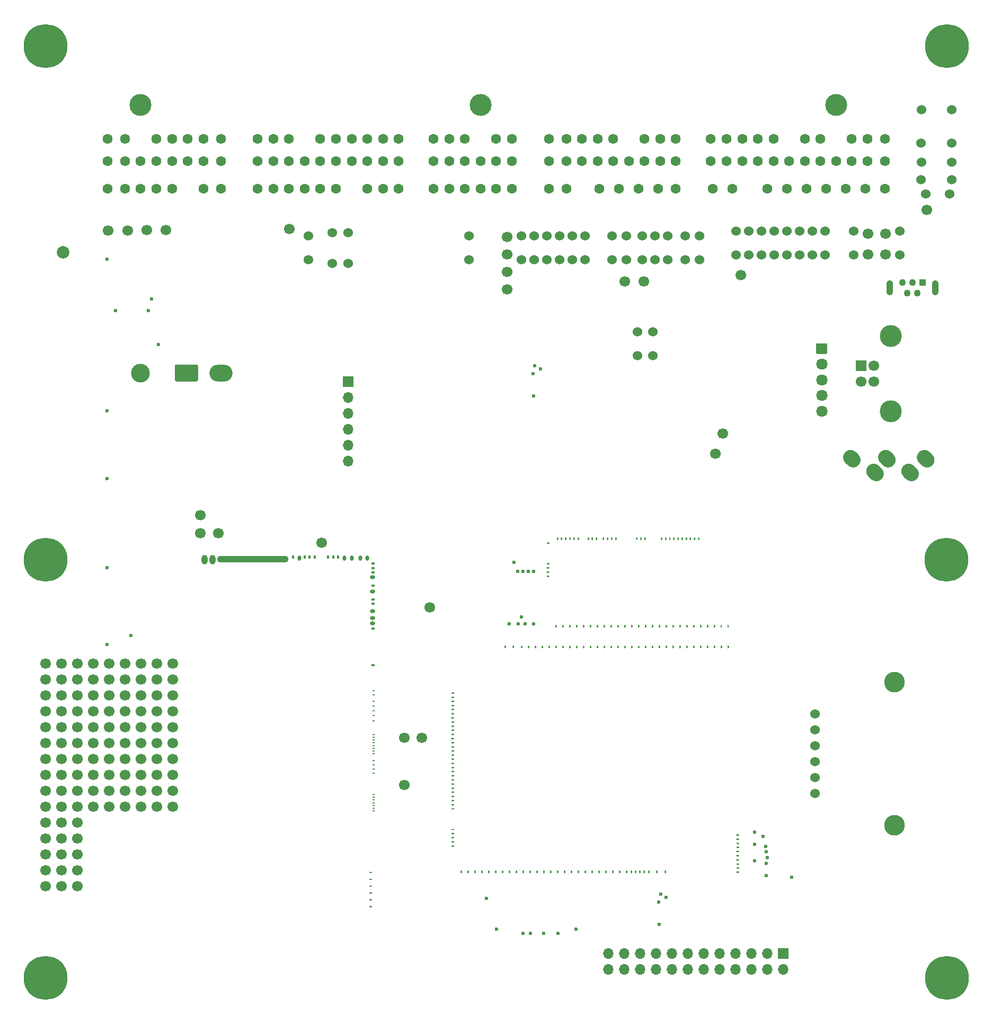
<source format=gbs>
G04 #@! TF.GenerationSoftware,KiCad,Pcbnew,(6.0.1)*
G04 #@! TF.CreationDate,2022-05-23T18:47:54+03:00*
G04 #@! TF.ProjectId,hellen72_NB2,68656c6c-656e-4373-925f-4e42322e6b69,b*
G04 #@! TF.SameCoordinates,PX141ef50PYa2cc1bc*
G04 #@! TF.FileFunction,Soldermask,Bot*
G04 #@! TF.FilePolarity,Negative*
%FSLAX46Y46*%
G04 Gerber Fmt 4.6, Leading zero omitted, Abs format (unit mm)*
G04 Created by KiCad (PCBNEW (6.0.1)) date 2022-05-23 18:47:54*
%MOMM*%
%LPD*%
G01*
G04 APERTURE LIST*
%ADD10C,0.599999*%
%ADD11C,1.524000*%
%ADD12C,1.700000*%
%ADD13R,1.700000X1.700000*%
%ADD14O,1.700000X1.700000*%
%ADD15O,1.000001X1.500000*%
%ADD16O,11.400000X1.100000*%
%ADD17O,0.399999X0.599999*%
%ADD18O,0.599999X0.800001*%
%ADD19O,0.599999X0.399999*%
%ADD20O,0.800001X0.599999*%
%ADD21O,0.399999X0.200000*%
%ADD22C,3.500000*%
%ADD23C,1.600000*%
%ADD24R,1.100000X1.100000*%
%ADD25C,1.100000*%
%ADD26O,1.100000X2.400000*%
%ADD27C,3.302000*%
%ADD28C,3.000000*%
%ADD29O,3.700000X2.700000*%
%ADD30C,7.000000*%
%ADD31C,0.600000*%
%ADD32O,1.850000X1.700000*%
%ADD33C,2.000000*%
G04 APERTURE END LIST*
D10*
G04 #@! TO.C,M4*
X75468535Y17795040D03*
X77043549Y12890031D03*
X89747567Y12899094D03*
X81268539Y12220030D03*
X82443543Y12220030D03*
X84618537Y12220030D03*
X86843539Y12220030D03*
G04 #@! TD*
D11*
G04 #@! TO.C,F6*
X149753680Y132605340D03*
X144853680Y132605340D03*
G04 #@! TD*
G04 #@! TO.C,R8*
X117331680Y120540340D03*
X117331680Y124350340D03*
G04 #@! TD*
G04 #@! TO.C,R32*
X141461680Y120540340D03*
X141461680Y124350340D03*
G04 #@! TD*
D12*
G04 #@! TO.C,P5*
X62302380Y35910220D03*
G04 #@! TD*
G04 #@! TO.C,P6*
X62302380Y43412400D03*
G04 #@! TD*
D13*
G04 #@! TO.C,J27*
X53323680Y100347340D03*
D14*
X53323680Y97807340D03*
X53323680Y95267340D03*
X53323680Y92727340D03*
X53323680Y90187340D03*
X53323680Y87647340D03*
G04 #@! TD*
D12*
G04 #@! TO.C,P19*
X43925680Y124731340D03*
G04 #@! TD*
G04 #@! TO.C,G4*
X20210000Y45097322D03*
X20210000Y47637322D03*
X20210000Y50177322D03*
X20210000Y52717322D03*
X20210000Y55257322D03*
X22750000Y45097322D03*
X22750000Y47637322D03*
X22750000Y50177322D03*
X22750000Y52717322D03*
X22750000Y55257322D03*
X25290000Y45097322D03*
X25290000Y47637322D03*
X25290000Y50177322D03*
X25290000Y52717322D03*
X25290000Y55257322D03*
G04 #@! TD*
D11*
G04 #@! TO.C,R9*
X123427680Y120540340D03*
X123427680Y124350340D03*
G04 #@! TD*
D12*
G04 #@! TO.C,P10*
X78723680Y117873340D03*
G04 #@! TD*
G04 #@! TO.C,P12*
X29701680Y79005340D03*
G04 #@! TD*
G04 #@! TO.C,G12*
X12590000Y32397322D03*
X12590000Y34937322D03*
X12590000Y37477322D03*
X12590000Y40017322D03*
X12590000Y42557322D03*
X15130000Y32397322D03*
X15130000Y34937322D03*
X15130000Y37477322D03*
X15130000Y40017322D03*
X15130000Y42557322D03*
X17670000Y32397322D03*
X17670000Y34937322D03*
X17670000Y37477322D03*
X17670000Y40017322D03*
X17670000Y42557322D03*
G04 #@! TD*
D15*
G04 #@! TO.C,M5*
X30414997Y71843006D03*
X31670862Y71843006D03*
D16*
X38114997Y71968007D03*
D17*
X44564989Y72268006D03*
D18*
X45540001Y72168001D03*
D17*
X46409758Y72268006D03*
X47139995Y72268006D03*
X48034758Y72268006D03*
X50109758Y72268006D03*
X51009754Y72268006D03*
X51719996Y72268006D03*
D18*
X52739997Y72168006D03*
X53914996Y72168006D03*
X55264995Y72168006D03*
X56439994Y72168006D03*
D19*
X57339995Y71237767D03*
X57339995Y70543008D03*
X57339995Y69862768D03*
D20*
X57244997Y69043006D03*
D19*
X57339995Y67737769D03*
D20*
X57244997Y66768004D03*
D19*
X57339995Y65493006D03*
X57339995Y64843004D03*
D20*
X57244997Y63643004D03*
X57244997Y62568000D03*
X57244997Y61692998D03*
D19*
X57339995Y60868006D03*
X57339995Y55018005D03*
D21*
X57444996Y50963035D03*
X57444996Y50303033D03*
X57444996Y49243005D03*
X57444996Y48538920D03*
X57444996Y47738881D03*
X57444996Y46938842D03*
X57444996Y46143006D03*
X57444996Y43948004D03*
X57444996Y43508005D03*
X57444996Y43068006D03*
X57444996Y42628004D03*
X57444996Y42188005D03*
X57444996Y41748006D03*
X57444996Y41308004D03*
X57444996Y40868005D03*
X57444996Y39743034D03*
X57444996Y39083036D03*
X57444996Y38423034D03*
X57444996Y37763036D03*
X57444996Y34358006D03*
X57444996Y33918007D03*
X57444996Y33478005D03*
X57444996Y33038006D03*
X57444996Y32598007D03*
X57444996Y32158005D03*
X57444996Y31718006D03*
G04 #@! TD*
D11*
G04 #@! TO.C,R48*
X89137680Y119778340D03*
X89137680Y123588340D03*
G04 #@! TD*
D12*
G04 #@! TO.C,P15*
X78723680Y115079340D03*
G04 #@! TD*
D22*
G04 #@! TO.C,P2*
X131301680Y144555340D03*
X74501680Y144555340D03*
X20201680Y144555340D03*
D23*
X14901680Y139105340D03*
X17701680Y139105340D03*
X22701680Y139105340D03*
X25201680Y139105340D03*
X27701680Y139105340D03*
X30201680Y139105340D03*
X33001680Y139105340D03*
X38901680Y139105340D03*
X41401680Y139105340D03*
X43901680Y139105340D03*
X48901680Y139105340D03*
X51401680Y139105340D03*
X53901680Y139105340D03*
X56401680Y139105340D03*
X58901680Y139105340D03*
X61401680Y139105340D03*
X67001680Y139105340D03*
X69501680Y139105340D03*
X72001680Y139105340D03*
X77001680Y139105340D03*
X79501680Y139105340D03*
X85401680Y139105340D03*
X88201680Y139105340D03*
X90701680Y139105340D03*
X93201680Y139105340D03*
X95701680Y139105340D03*
X100701680Y139105340D03*
X103201680Y139105340D03*
X105701680Y139105340D03*
X111301680Y139105340D03*
X113801680Y139105340D03*
X116301680Y139105340D03*
X118801680Y139105340D03*
X121301680Y139105340D03*
X126301680Y139105340D03*
X128801680Y139105340D03*
X133801680Y139105340D03*
X136301680Y139105340D03*
X139101680Y139105340D03*
X14901680Y135505340D03*
X17701680Y135505340D03*
X20201680Y135505340D03*
X22701680Y135505340D03*
X25201680Y135505340D03*
X27701680Y135505340D03*
X30201680Y135505340D03*
X33001680Y135505340D03*
X38901680Y135505340D03*
X41401680Y135505340D03*
X43901680Y135505340D03*
X46401680Y135505340D03*
X48901680Y135505340D03*
X51401680Y135505340D03*
X53901680Y135505340D03*
X56401680Y135505340D03*
X58901680Y135505340D03*
X61401680Y135505340D03*
X67001680Y135505340D03*
X69501680Y135505340D03*
X72001680Y135505340D03*
X74501680Y135505340D03*
X77001680Y135505340D03*
X79501680Y135505340D03*
X85401680Y135505340D03*
X88201680Y135505340D03*
X90701680Y135505340D03*
X93201680Y135505340D03*
X95701680Y135505340D03*
X98201680Y135505340D03*
X100701680Y135505340D03*
X103201680Y135505340D03*
X105701680Y135505340D03*
X111301680Y135505340D03*
X113801680Y135505340D03*
X116301680Y135505340D03*
X118801680Y135505340D03*
X121301680Y135505340D03*
X123801680Y135505340D03*
X126301680Y135505340D03*
X128801680Y135505340D03*
X131301680Y135505340D03*
X133801680Y135505340D03*
X136301680Y135505340D03*
X139101680Y135505340D03*
X14901680Y131105340D03*
X17701680Y131105340D03*
X20201680Y131105340D03*
X22701680Y131105340D03*
X25201680Y131105340D03*
X30201680Y131105340D03*
X33001680Y131105340D03*
X38901680Y131105340D03*
X41401680Y131105340D03*
X43901680Y131105340D03*
X46401680Y131105340D03*
X48901680Y131105340D03*
X51401680Y131105340D03*
X56401680Y131105340D03*
X58901680Y131105340D03*
X61401680Y131105340D03*
X67001680Y131105340D03*
X69501680Y131105340D03*
X72001680Y131105340D03*
X74501680Y131105340D03*
X77001680Y131105340D03*
X79501680Y131105340D03*
X85401680Y131105340D03*
X88201680Y131105340D03*
X93511680Y131105340D03*
X96641680Y131105340D03*
X99771680Y131105340D03*
X102901680Y131105340D03*
X105701680Y131105340D03*
X111601680Y131105340D03*
X114731680Y131105340D03*
X120321680Y131105340D03*
X123451680Y131105340D03*
X126581680Y131105340D03*
X129711680Y131105340D03*
X132841680Y131105340D03*
X135971680Y131105340D03*
X139101680Y131105340D03*
G04 #@! TD*
D12*
G04 #@! TO.C,P56*
X139175680Y123969340D03*
G04 #@! TD*
G04 #@! TO.C,P52*
X100567680Y116349340D03*
G04 #@! TD*
G04 #@! TO.C,P13*
X32601680Y76105340D03*
G04 #@! TD*
D11*
G04 #@! TO.C,R11*
X134095680Y120540340D03*
X134095680Y124350340D03*
G04 #@! TD*
G04 #@! TO.C,R43*
X46973680Y119778340D03*
X46973680Y123588340D03*
G04 #@! TD*
D24*
G04 #@! TO.C,J1*
X145101680Y116180340D03*
D25*
X144301680Y114430340D03*
X143501680Y116180340D03*
X142701680Y114430340D03*
X141901680Y116180340D03*
D26*
X147151680Y115305340D03*
X139851680Y115305340D03*
G04 #@! TD*
D11*
G04 #@! TO.C,R30*
X125459680Y120540340D03*
X125459680Y124350340D03*
G04 #@! TD*
G04 #@! TO.C,F5*
X50783680Y124133340D03*
X50783680Y119233340D03*
G04 #@! TD*
G04 #@! TO.C,R34*
X129523680Y120540340D03*
X129523680Y124350340D03*
G04 #@! TD*
D13*
G04 #@! TO.C,J5*
X135316680Y102855340D03*
D12*
X135316680Y100355340D03*
X137316680Y100355340D03*
X137316680Y102855340D03*
D22*
X140026680Y95585340D03*
X140026680Y107625340D03*
G04 #@! TD*
D12*
G04 #@! TO.C,P4*
X65112640Y43410220D03*
G04 #@! TD*
D10*
G04 #@! TO.C,M8*
X83190182Y102898678D03*
X84065184Y102373678D03*
X82890180Y101623680D03*
X82965183Y98073679D03*
G04 #@! TD*
D27*
G04 #@! TO.C,U2*
X140601680Y52290340D03*
X140601680Y29430340D03*
D11*
X127901680Y47210340D03*
X127901680Y44670340D03*
X127901680Y42130340D03*
X127901680Y39590340D03*
X127901680Y37050340D03*
X127901680Y34510340D03*
G04 #@! TD*
G04 #@! TO.C,R39*
X99601680Y108310340D03*
X99601680Y104500340D03*
G04 #@! TD*
G04 #@! TO.C,R17*
X102345680Y123588340D03*
X102345680Y119778340D03*
G04 #@! TD*
D12*
G04 #@! TO.C,G6*
X4970000Y45097322D03*
X4970000Y47637322D03*
X4970000Y50177322D03*
X4970000Y52717322D03*
X4970000Y55257322D03*
X7510000Y45097322D03*
X7510000Y47637322D03*
X7510000Y50177322D03*
X7510000Y52717322D03*
X7510000Y55257322D03*
X10050000Y45097322D03*
X10050000Y47637322D03*
X10050000Y50177322D03*
X10050000Y52717322D03*
X10050000Y55257322D03*
G04 #@! TD*
G04 #@! TO.C,P21*
X14999680Y124477340D03*
G04 #@! TD*
D10*
G04 #@! TO.C,M13*
X103293541Y18453558D03*
X104168543Y17928558D03*
X102993539Y17178560D03*
X103068542Y13628559D03*
G04 #@! TD*
D12*
G04 #@! TO.C,P11*
X29701680Y76105340D03*
G04 #@! TD*
D28*
G04 #@! TO.C,J3*
X20201680Y101705340D03*
G36*
G01*
X29101679Y100355340D02*
X25901681Y100355340D01*
G75*
G02*
X25651680Y100605341I0J250001D01*
G01*
X25651680Y102805339D01*
G75*
G02*
X25901681Y103055340I250001J0D01*
G01*
X29101679Y103055340D01*
G75*
G02*
X29351680Y102805339I0J-250001D01*
G01*
X29351680Y100605341D01*
G75*
G02*
X29101679Y100355340I-250001J0D01*
G01*
G37*
D29*
X33001680Y101705340D03*
G04 #@! TD*
D12*
G04 #@! TO.C,P50*
X145779680Y127779340D03*
G04 #@! TD*
D11*
G04 #@! TO.C,R40*
X119363680Y120540340D03*
X119363680Y124350340D03*
G04 #@! TD*
G04 #@! TO.C,F4*
X53323680Y124133340D03*
X53323680Y119233340D03*
G04 #@! TD*
D30*
G04 #@! TO.C,J13*
X5000000Y5100000D03*
G04 #@! TD*
G04 #@! TO.C,M7*
G36*
G01*
X56804044Y22044216D02*
X57054042Y22044216D01*
G75*
G02*
X57179042Y21919216I0J-125000D01*
G01*
X57179042Y21919216D01*
G75*
G02*
X57054042Y21794216I-125000J0D01*
G01*
X56804044Y21794216D01*
G75*
G02*
X56679044Y21919216I0J125000D01*
G01*
X56679044Y21919216D01*
G75*
G02*
X56804044Y22044216I125000J0D01*
G01*
G37*
G36*
G01*
X56804044Y20944218D02*
X57054042Y20944218D01*
G75*
G02*
X57179042Y20819218I0J-125000D01*
G01*
X57179042Y20819218D01*
G75*
G02*
X57054042Y20694218I-125000J0D01*
G01*
X56804044Y20694218D01*
G75*
G02*
X56679044Y20819218I0J125000D01*
G01*
X56679044Y20819218D01*
G75*
G02*
X56804044Y20944218I125000J0D01*
G01*
G37*
G36*
G01*
X56804044Y19844220D02*
X57054042Y19844220D01*
G75*
G02*
X57179042Y19719220I0J-125000D01*
G01*
X57179042Y19719220D01*
G75*
G02*
X57054042Y19594220I-125000J0D01*
G01*
X56804044Y19594220D01*
G75*
G02*
X56679044Y19719220I0J125000D01*
G01*
X56679044Y19719220D01*
G75*
G02*
X56804044Y19844220I125000J0D01*
G01*
G37*
G36*
G01*
X56804044Y18744222D02*
X57054042Y18744222D01*
G75*
G02*
X57179042Y18619222I0J-125000D01*
G01*
X57179042Y18619222D01*
G75*
G02*
X57054042Y18494222I-125000J0D01*
G01*
X56804044Y18494222D01*
G75*
G02*
X56679044Y18619222I0J125000D01*
G01*
X56679044Y18619222D01*
G75*
G02*
X56804044Y18744222I125000J0D01*
G01*
G37*
G36*
G01*
X56804044Y17644224D02*
X57054042Y17644224D01*
G75*
G02*
X57179042Y17519224I0J-125000D01*
G01*
X57179042Y17519224D01*
G75*
G02*
X57054042Y17394224I-125000J0D01*
G01*
X56804044Y17394224D01*
G75*
G02*
X56679044Y17519224I0J125000D01*
G01*
X56679044Y17519224D01*
G75*
G02*
X56804044Y17644224I125000J0D01*
G01*
G37*
G36*
G01*
X56804044Y16544227D02*
X57054042Y16544227D01*
G75*
G02*
X57179042Y16419227I0J-125000D01*
G01*
X57179042Y16419227D01*
G75*
G02*
X57054042Y16294227I-125000J0D01*
G01*
X56804044Y16294227D01*
G75*
G02*
X56679044Y16419227I0J125000D01*
G01*
X56679044Y16419227D01*
G75*
G02*
X56804044Y16544227I125000J0D01*
G01*
G37*
G04 #@! TD*
D12*
G04 #@! TO.C,P8*
X78723680Y123461340D03*
G04 #@! TD*
G04 #@! TO.C,G9*
X4970000Y19697322D03*
X4970000Y22237322D03*
X4970000Y24777322D03*
X4970000Y27317322D03*
X4970000Y29857322D03*
X7510000Y19697322D03*
X7510000Y22237322D03*
X7510000Y24777322D03*
X7510000Y27317322D03*
X7510000Y29857322D03*
X10050000Y19697322D03*
X10050000Y22237322D03*
X10050000Y24777322D03*
X10050000Y27317322D03*
X10050000Y29857322D03*
G04 #@! TD*
G04 #@! TO.C,M1*
G36*
G01*
X85162638Y69351817D02*
X85412638Y69351817D01*
G75*
G02*
X85537638Y69226817I0J-125000D01*
G01*
X85537638Y69226817D01*
G75*
G02*
X85412638Y69101817I-125000J0D01*
G01*
X85162638Y69101817D01*
G75*
G02*
X85037638Y69226817I0J125000D01*
G01*
X85037638Y69226817D01*
G75*
G02*
X85162638Y69351817I125000J0D01*
G01*
G37*
G36*
G01*
X85162638Y70011818D02*
X85412638Y70011818D01*
G75*
G02*
X85537638Y69886818I0J-125000D01*
G01*
X85537638Y69886818D01*
G75*
G02*
X85412638Y69761818I-125000J0D01*
G01*
X85162638Y69761818D01*
G75*
G02*
X85037638Y69886818I0J125000D01*
G01*
X85037638Y69886818D01*
G75*
G02*
X85162638Y70011818I125000J0D01*
G01*
G37*
G36*
G01*
X85162638Y70671819D02*
X85412638Y70671819D01*
G75*
G02*
X85537638Y70546819I0J-125000D01*
G01*
X85537638Y70546819D01*
G75*
G02*
X85412638Y70421819I-125000J0D01*
G01*
X85162638Y70421819D01*
G75*
G02*
X85037638Y70546819I0J125000D01*
G01*
X85037638Y70546819D01*
G75*
G02*
X85162638Y70671819I125000J0D01*
G01*
G37*
G36*
G01*
X85162638Y71331820D02*
X85412638Y71331820D01*
G75*
G02*
X85537638Y71206820I0J-125000D01*
G01*
X85537638Y71206820D01*
G75*
G02*
X85412638Y71081820I-125000J0D01*
G01*
X85162638Y71081820D01*
G75*
G02*
X85037638Y71206820I0J125000D01*
G01*
X85037638Y71206820D01*
G75*
G02*
X85162638Y71331820I125000J0D01*
G01*
G37*
G36*
G01*
X85162638Y74631827D02*
X85412638Y74631827D01*
G75*
G02*
X85537638Y74506827I0J-125000D01*
G01*
X85537638Y74506827D01*
G75*
G02*
X85412638Y74381827I-125000J0D01*
G01*
X85162638Y74381827D01*
G75*
G02*
X85037638Y74506827I0J125000D01*
G01*
X85037638Y74506827D01*
G75*
G02*
X85162638Y74631827I125000J0D01*
G01*
G37*
G36*
G01*
X113932640Y61133024D02*
X113932640Y61383024D01*
G75*
G02*
X114057640Y61508024I125000J0D01*
G01*
X114057640Y61508024D01*
G75*
G02*
X114182640Y61383024I0J-125000D01*
G01*
X114182640Y61133024D01*
G75*
G02*
X114057640Y61008024I-125000J0D01*
G01*
X114057640Y61008024D01*
G75*
G02*
X113932640Y61133024I0J125000D01*
G01*
G37*
G36*
G01*
X113082636Y61383024D02*
X113082636Y61133024D01*
G75*
G02*
X112957636Y61008024I-125000J0D01*
G01*
X112957636Y61008024D01*
G75*
G02*
X112832636Y61133024I0J125000D01*
G01*
X112832636Y61383024D01*
G75*
G02*
X112957636Y61508024I125000J0D01*
G01*
X112957636Y61508024D01*
G75*
G02*
X113082636Y61383024I0J-125000D01*
G01*
G37*
G36*
G01*
X111982635Y61383024D02*
X111982635Y61133024D01*
G75*
G02*
X111857635Y61008024I-125000J0D01*
G01*
X111857635Y61008024D01*
G75*
G02*
X111732635Y61133024I0J125000D01*
G01*
X111732635Y61383024D01*
G75*
G02*
X111857635Y61508024I125000J0D01*
G01*
X111857635Y61508024D01*
G75*
G02*
X111982635Y61383024I0J-125000D01*
G01*
G37*
G36*
G01*
X110882638Y61383024D02*
X110882638Y61133024D01*
G75*
G02*
X110757638Y61008024I-125000J0D01*
G01*
X110757638Y61008024D01*
G75*
G02*
X110632638Y61133024I0J125000D01*
G01*
X110632638Y61383024D01*
G75*
G02*
X110757638Y61508024I125000J0D01*
G01*
X110757638Y61508024D01*
G75*
G02*
X110882638Y61383024I0J-125000D01*
G01*
G37*
G36*
G01*
X109782640Y61383024D02*
X109782640Y61133024D01*
G75*
G02*
X109657640Y61008024I-125000J0D01*
G01*
X109657640Y61008024D01*
G75*
G02*
X109532640Y61133024I0J125000D01*
G01*
X109532640Y61383024D01*
G75*
G02*
X109657640Y61508024I125000J0D01*
G01*
X109657640Y61508024D01*
G75*
G02*
X109782640Y61383024I0J-125000D01*
G01*
G37*
G36*
G01*
X108682642Y61383024D02*
X108682642Y61133024D01*
G75*
G02*
X108557642Y61008024I-125000J0D01*
G01*
X108557642Y61008024D01*
G75*
G02*
X108432642Y61133024I0J125000D01*
G01*
X108432642Y61383024D01*
G75*
G02*
X108557642Y61508024I125000J0D01*
G01*
X108557642Y61508024D01*
G75*
G02*
X108682642Y61383024I0J-125000D01*
G01*
G37*
G36*
G01*
X107582644Y61383024D02*
X107582644Y61133024D01*
G75*
G02*
X107457644Y61008024I-125000J0D01*
G01*
X107457644Y61008024D01*
G75*
G02*
X107332644Y61133024I0J125000D01*
G01*
X107332644Y61383024D01*
G75*
G02*
X107457644Y61508024I125000J0D01*
G01*
X107457644Y61508024D01*
G75*
G02*
X107582644Y61383024I0J-125000D01*
G01*
G37*
G36*
G01*
X106482646Y61383024D02*
X106482646Y61133024D01*
G75*
G02*
X106357646Y61008024I-125000J0D01*
G01*
X106357646Y61008024D01*
G75*
G02*
X106232646Y61133024I0J125000D01*
G01*
X106232646Y61383024D01*
G75*
G02*
X106357646Y61508024I125000J0D01*
G01*
X106357646Y61508024D01*
G75*
G02*
X106482646Y61383024I0J-125000D01*
G01*
G37*
G36*
G01*
X105382649Y61383024D02*
X105382649Y61133024D01*
G75*
G02*
X105257649Y61008024I-125000J0D01*
G01*
X105257649Y61008024D01*
G75*
G02*
X105132649Y61133024I0J125000D01*
G01*
X105132649Y61383024D01*
G75*
G02*
X105257649Y61508024I125000J0D01*
G01*
X105257649Y61508024D01*
G75*
G02*
X105382649Y61383024I0J-125000D01*
G01*
G37*
G36*
G01*
X104282651Y61383024D02*
X104282651Y61133024D01*
G75*
G02*
X104157651Y61008024I-125000J0D01*
G01*
X104157651Y61008024D01*
G75*
G02*
X104032651Y61133024I0J125000D01*
G01*
X104032651Y61383024D01*
G75*
G02*
X104157651Y61508024I125000J0D01*
G01*
X104157651Y61508024D01*
G75*
G02*
X104282651Y61383024I0J-125000D01*
G01*
G37*
G36*
G01*
X103182653Y61383024D02*
X103182653Y61133024D01*
G75*
G02*
X103057653Y61008024I-125000J0D01*
G01*
X103057653Y61008024D01*
G75*
G02*
X102932653Y61133024I0J125000D01*
G01*
X102932653Y61383024D01*
G75*
G02*
X103057653Y61508024I125000J0D01*
G01*
X103057653Y61508024D01*
G75*
G02*
X103182653Y61383024I0J-125000D01*
G01*
G37*
G36*
G01*
X102082655Y61383024D02*
X102082655Y61133024D01*
G75*
G02*
X101957655Y61008024I-125000J0D01*
G01*
X101957655Y61008024D01*
G75*
G02*
X101832655Y61133024I0J125000D01*
G01*
X101832655Y61383024D01*
G75*
G02*
X101957655Y61508024I125000J0D01*
G01*
X101957655Y61508024D01*
G75*
G02*
X102082655Y61383024I0J-125000D01*
G01*
G37*
G36*
G01*
X100982657Y61383024D02*
X100982657Y61133024D01*
G75*
G02*
X100857657Y61008024I-125000J0D01*
G01*
X100857657Y61008024D01*
G75*
G02*
X100732657Y61133024I0J125000D01*
G01*
X100732657Y61383024D01*
G75*
G02*
X100857657Y61508024I125000J0D01*
G01*
X100857657Y61508024D01*
G75*
G02*
X100982657Y61383024I0J-125000D01*
G01*
G37*
G36*
G01*
X99882660Y61383024D02*
X99882660Y61133024D01*
G75*
G02*
X99757660Y61008024I-125000J0D01*
G01*
X99757660Y61008024D01*
G75*
G02*
X99632660Y61133024I0J125000D01*
G01*
X99632660Y61383024D01*
G75*
G02*
X99757660Y61508024I125000J0D01*
G01*
X99757660Y61508024D01*
G75*
G02*
X99882660Y61383024I0J-125000D01*
G01*
G37*
G36*
G01*
X98782662Y61383024D02*
X98782662Y61133024D01*
G75*
G02*
X98657662Y61008024I-125000J0D01*
G01*
X98657662Y61008024D01*
G75*
G02*
X98532662Y61133024I0J125000D01*
G01*
X98532662Y61383024D01*
G75*
G02*
X98657662Y61508024I125000J0D01*
G01*
X98657662Y61508024D01*
G75*
G02*
X98782662Y61383024I0J-125000D01*
G01*
G37*
G36*
G01*
X97682664Y61383024D02*
X97682664Y61133024D01*
G75*
G02*
X97557664Y61008024I-125000J0D01*
G01*
X97557664Y61008024D01*
G75*
G02*
X97432664Y61133024I0J125000D01*
G01*
X97432664Y61383024D01*
G75*
G02*
X97557664Y61508024I125000J0D01*
G01*
X97557664Y61508024D01*
G75*
G02*
X97682664Y61383024I0J-125000D01*
G01*
G37*
G36*
G01*
X96582666Y61383024D02*
X96582666Y61133024D01*
G75*
G02*
X96457666Y61008024I-125000J0D01*
G01*
X96457666Y61008024D01*
G75*
G02*
X96332666Y61133024I0J125000D01*
G01*
X96332666Y61383024D01*
G75*
G02*
X96457666Y61508024I125000J0D01*
G01*
X96457666Y61508024D01*
G75*
G02*
X96582666Y61383024I0J-125000D01*
G01*
G37*
G36*
G01*
X95482668Y61383024D02*
X95482668Y61133024D01*
G75*
G02*
X95357668Y61008024I-125000J0D01*
G01*
X95357668Y61008024D01*
G75*
G02*
X95232668Y61133024I0J125000D01*
G01*
X95232668Y61383024D01*
G75*
G02*
X95357668Y61508024I125000J0D01*
G01*
X95357668Y61508024D01*
G75*
G02*
X95482668Y61383024I0J-125000D01*
G01*
G37*
G36*
G01*
X94382671Y61383024D02*
X94382671Y61133024D01*
G75*
G02*
X94257671Y61008024I-125000J0D01*
G01*
X94257671Y61008024D01*
G75*
G02*
X94132671Y61133024I0J125000D01*
G01*
X94132671Y61383024D01*
G75*
G02*
X94257671Y61508024I125000J0D01*
G01*
X94257671Y61508024D01*
G75*
G02*
X94382671Y61383024I0J-125000D01*
G01*
G37*
G36*
G01*
X93282673Y61383024D02*
X93282673Y61133024D01*
G75*
G02*
X93157673Y61008024I-125000J0D01*
G01*
X93157673Y61008024D01*
G75*
G02*
X93032673Y61133024I0J125000D01*
G01*
X93032673Y61383024D01*
G75*
G02*
X93157673Y61508024I125000J0D01*
G01*
X93157673Y61508024D01*
G75*
G02*
X93282673Y61383024I0J-125000D01*
G01*
G37*
G36*
G01*
X92182675Y61383024D02*
X92182675Y61133024D01*
G75*
G02*
X92057675Y61008024I-125000J0D01*
G01*
X92057675Y61008024D01*
G75*
G02*
X91932675Y61133024I0J125000D01*
G01*
X91932675Y61383024D01*
G75*
G02*
X92057675Y61508024I125000J0D01*
G01*
X92057675Y61508024D01*
G75*
G02*
X92182675Y61383024I0J-125000D01*
G01*
G37*
G36*
G01*
X91082677Y61383024D02*
X91082677Y61133024D01*
G75*
G02*
X90957677Y61008024I-125000J0D01*
G01*
X90957677Y61008024D01*
G75*
G02*
X90832677Y61133024I0J125000D01*
G01*
X90832677Y61383024D01*
G75*
G02*
X90957677Y61508024I125000J0D01*
G01*
X90957677Y61508024D01*
G75*
G02*
X91082677Y61383024I0J-125000D01*
G01*
G37*
G36*
G01*
X89982679Y61383024D02*
X89982679Y61133024D01*
G75*
G02*
X89857679Y61008024I-125000J0D01*
G01*
X89857679Y61008024D01*
G75*
G02*
X89732679Y61133024I0J125000D01*
G01*
X89732679Y61383024D01*
G75*
G02*
X89857679Y61508024I125000J0D01*
G01*
X89857679Y61508024D01*
G75*
G02*
X89982679Y61383024I0J-125000D01*
G01*
G37*
G36*
G01*
X88882682Y61383024D02*
X88882682Y61133024D01*
G75*
G02*
X88757682Y61008024I-125000J0D01*
G01*
X88757682Y61008024D01*
G75*
G02*
X88632682Y61133024I0J125000D01*
G01*
X88632682Y61383024D01*
G75*
G02*
X88757682Y61508024I125000J0D01*
G01*
X88757682Y61508024D01*
G75*
G02*
X88882682Y61383024I0J-125000D01*
G01*
G37*
G36*
G01*
X87782684Y61383024D02*
X87782684Y61133024D01*
G75*
G02*
X87657684Y61008024I-125000J0D01*
G01*
X87657684Y61008024D01*
G75*
G02*
X87532684Y61133024I0J125000D01*
G01*
X87532684Y61383024D01*
G75*
G02*
X87657684Y61508024I125000J0D01*
G01*
X87657684Y61508024D01*
G75*
G02*
X87782684Y61383024I0J-125000D01*
G01*
G37*
G36*
G01*
X86682686Y61383024D02*
X86682686Y61133024D01*
G75*
G02*
X86557686Y61008024I-125000J0D01*
G01*
X86557686Y61008024D01*
G75*
G02*
X86432686Y61133024I0J125000D01*
G01*
X86432686Y61383024D01*
G75*
G02*
X86557686Y61508024I125000J0D01*
G01*
X86557686Y61508024D01*
G75*
G02*
X86682686Y61383024I0J-125000D01*
G01*
G37*
G36*
G01*
X86933630Y75345023D02*
X86933630Y75095023D01*
G75*
G02*
X86808630Y74970023I-125000J0D01*
G01*
X86808630Y74970023D01*
G75*
G02*
X86683630Y75095023I0J125000D01*
G01*
X86683630Y75345023D01*
G75*
G02*
X86808630Y75470023I125000J0D01*
G01*
X86808630Y75470023D01*
G75*
G02*
X86933630Y75345023I0J-125000D01*
G01*
G37*
G36*
G01*
X87593632Y75345023D02*
X87593632Y75095023D01*
G75*
G02*
X87468632Y74970023I-125000J0D01*
G01*
X87468632Y74970023D01*
G75*
G02*
X87343632Y75095023I0J125000D01*
G01*
X87343632Y75345023D01*
G75*
G02*
X87468632Y75470023I125000J0D01*
G01*
X87468632Y75470023D01*
G75*
G02*
X87593632Y75345023I0J-125000D01*
G01*
G37*
G36*
G01*
X88253633Y75345023D02*
X88253633Y75095023D01*
G75*
G02*
X88128633Y74970023I-125000J0D01*
G01*
X88128633Y74970023D01*
G75*
G02*
X88003633Y75095023I0J125000D01*
G01*
X88003633Y75345023D01*
G75*
G02*
X88128633Y75470023I125000J0D01*
G01*
X88128633Y75470023D01*
G75*
G02*
X88253633Y75345023I0J-125000D01*
G01*
G37*
G36*
G01*
X88913634Y75345023D02*
X88913634Y75095023D01*
G75*
G02*
X88788634Y74970023I-125000J0D01*
G01*
X88788634Y74970023D01*
G75*
G02*
X88663634Y75095023I0J125000D01*
G01*
X88663634Y75345023D01*
G75*
G02*
X88788634Y75470023I125000J0D01*
G01*
X88788634Y75470023D01*
G75*
G02*
X88913634Y75345023I0J-125000D01*
G01*
G37*
G36*
G01*
X89573635Y75345023D02*
X89573635Y75095023D01*
G75*
G02*
X89448635Y74970023I-125000J0D01*
G01*
X89448635Y74970023D01*
G75*
G02*
X89323635Y75095023I0J125000D01*
G01*
X89323635Y75345023D01*
G75*
G02*
X89448635Y75470023I125000J0D01*
G01*
X89448635Y75470023D01*
G75*
G02*
X89573635Y75345023I0J-125000D01*
G01*
G37*
G36*
G01*
X90233637Y75345023D02*
X90233637Y75095023D01*
G75*
G02*
X90108637Y74970023I-125000J0D01*
G01*
X90108637Y74970023D01*
G75*
G02*
X89983637Y75095023I0J125000D01*
G01*
X89983637Y75345023D01*
G75*
G02*
X90108637Y75470023I125000J0D01*
G01*
X90108637Y75470023D01*
G75*
G02*
X90233637Y75345023I0J-125000D01*
G01*
G37*
G36*
G01*
X91834634Y75345023D02*
X91834634Y75095023D01*
G75*
G02*
X91709634Y74970023I-125000J0D01*
G01*
X91709634Y74970023D01*
G75*
G02*
X91584634Y75095023I0J125000D01*
G01*
X91584634Y75345023D01*
G75*
G02*
X91709634Y75470023I125000J0D01*
G01*
X91709634Y75470023D01*
G75*
G02*
X91834634Y75345023I0J-125000D01*
G01*
G37*
G36*
G01*
X92494635Y75345023D02*
X92494635Y75095023D01*
G75*
G02*
X92369635Y74970023I-125000J0D01*
G01*
X92369635Y74970023D01*
G75*
G02*
X92244635Y75095023I0J125000D01*
G01*
X92244635Y75345023D01*
G75*
G02*
X92369635Y75470023I125000J0D01*
G01*
X92369635Y75470023D01*
G75*
G02*
X92494635Y75345023I0J-125000D01*
G01*
G37*
G36*
G01*
X93154637Y75345023D02*
X93154637Y75095023D01*
G75*
G02*
X93029637Y74970023I-125000J0D01*
G01*
X93029637Y74970023D01*
G75*
G02*
X92904637Y75095023I0J125000D01*
G01*
X92904637Y75345023D01*
G75*
G02*
X93029637Y75470023I125000J0D01*
G01*
X93029637Y75470023D01*
G75*
G02*
X93154637Y75345023I0J-125000D01*
G01*
G37*
G36*
G01*
X94275536Y75345023D02*
X94275536Y75095023D01*
G75*
G02*
X94150536Y74970023I-125000J0D01*
G01*
X94150536Y74970023D01*
G75*
G02*
X94025536Y75095023I0J125000D01*
G01*
X94025536Y75345023D01*
G75*
G02*
X94150536Y75470023I125000J0D01*
G01*
X94150536Y75470023D01*
G75*
G02*
X94275536Y75345023I0J-125000D01*
G01*
G37*
G36*
G01*
X94935537Y75345023D02*
X94935537Y75095023D01*
G75*
G02*
X94810537Y74970023I-125000J0D01*
G01*
X94810537Y74970023D01*
G75*
G02*
X94685537Y75095023I0J125000D01*
G01*
X94685537Y75345023D01*
G75*
G02*
X94810537Y75470023I125000J0D01*
G01*
X94810537Y75470023D01*
G75*
G02*
X94935537Y75345023I0J-125000D01*
G01*
G37*
G36*
G01*
X95595538Y75345023D02*
X95595538Y75095023D01*
G75*
G02*
X95470538Y74970023I-125000J0D01*
G01*
X95470538Y74970023D01*
G75*
G02*
X95345538Y75095023I0J125000D01*
G01*
X95345538Y75345023D01*
G75*
G02*
X95470538Y75470023I125000J0D01*
G01*
X95470538Y75470023D01*
G75*
G02*
X95595538Y75345023I0J-125000D01*
G01*
G37*
G36*
G01*
X96255540Y75345023D02*
X96255540Y75095023D01*
G75*
G02*
X96130540Y74970023I-125000J0D01*
G01*
X96130540Y74970023D01*
G75*
G02*
X96005540Y75095023I0J125000D01*
G01*
X96005540Y75345023D01*
G75*
G02*
X96130540Y75470023I125000J0D01*
G01*
X96130540Y75470023D01*
G75*
G02*
X96255540Y75345023I0J-125000D01*
G01*
G37*
G36*
G01*
X99581634Y75345023D02*
X99581634Y75095023D01*
G75*
G02*
X99456634Y74970023I-125000J0D01*
G01*
X99456634Y74970023D01*
G75*
G02*
X99331634Y75095023I0J125000D01*
G01*
X99331634Y75345023D01*
G75*
G02*
X99456634Y75470023I125000J0D01*
G01*
X99456634Y75470023D01*
G75*
G02*
X99581634Y75345023I0J-125000D01*
G01*
G37*
G36*
G01*
X100241635Y75345023D02*
X100241635Y75095023D01*
G75*
G02*
X100116635Y74970023I-125000J0D01*
G01*
X100116635Y74970023D01*
G75*
G02*
X99991635Y75095023I0J125000D01*
G01*
X99991635Y75345023D01*
G75*
G02*
X100116635Y75470023I125000J0D01*
G01*
X100116635Y75470023D01*
G75*
G02*
X100241635Y75345023I0J-125000D01*
G01*
G37*
G36*
G01*
X100901637Y75345023D02*
X100901637Y75095023D01*
G75*
G02*
X100776637Y74970023I-125000J0D01*
G01*
X100776637Y74970023D01*
G75*
G02*
X100651637Y75095023I0J125000D01*
G01*
X100651637Y75345023D01*
G75*
G02*
X100776637Y75470023I125000J0D01*
G01*
X100776637Y75470023D01*
G75*
G02*
X100901637Y75345023I0J-125000D01*
G01*
G37*
G36*
G01*
X103547628Y75345023D02*
X103547628Y75095023D01*
G75*
G02*
X103422628Y74970023I-125000J0D01*
G01*
X103422628Y74970023D01*
G75*
G02*
X103297628Y75095023I0J125000D01*
G01*
X103297628Y75345023D01*
G75*
G02*
X103422628Y75470023I125000J0D01*
G01*
X103422628Y75470023D01*
G75*
G02*
X103547628Y75345023I0J-125000D01*
G01*
G37*
G36*
G01*
X104207629Y75345023D02*
X104207629Y75095023D01*
G75*
G02*
X104082629Y74970023I-125000J0D01*
G01*
X104082629Y74970023D01*
G75*
G02*
X103957629Y75095023I0J125000D01*
G01*
X103957629Y75345023D01*
G75*
G02*
X104082629Y75470023I125000J0D01*
G01*
X104082629Y75470023D01*
G75*
G02*
X104207629Y75345023I0J-125000D01*
G01*
G37*
G36*
G01*
X104867631Y75345023D02*
X104867631Y75095023D01*
G75*
G02*
X104742631Y74970023I-125000J0D01*
G01*
X104742631Y74970023D01*
G75*
G02*
X104617631Y75095023I0J125000D01*
G01*
X104617631Y75345023D01*
G75*
G02*
X104742631Y75470023I125000J0D01*
G01*
X104742631Y75470023D01*
G75*
G02*
X104867631Y75345023I0J-125000D01*
G01*
G37*
G36*
G01*
X105527632Y75345023D02*
X105527632Y75095023D01*
G75*
G02*
X105402632Y74970023I-125000J0D01*
G01*
X105402632Y74970023D01*
G75*
G02*
X105277632Y75095023I0J125000D01*
G01*
X105277632Y75345023D01*
G75*
G02*
X105402632Y75470023I125000J0D01*
G01*
X105402632Y75470023D01*
G75*
G02*
X105527632Y75345023I0J-125000D01*
G01*
G37*
G36*
G01*
X106187633Y75345023D02*
X106187633Y75095023D01*
G75*
G02*
X106062633Y74970023I-125000J0D01*
G01*
X106062633Y74970023D01*
G75*
G02*
X105937633Y75095023I0J125000D01*
G01*
X105937633Y75345023D01*
G75*
G02*
X106062633Y75470023I125000J0D01*
G01*
X106062633Y75470023D01*
G75*
G02*
X106187633Y75345023I0J-125000D01*
G01*
G37*
G36*
G01*
X106847634Y75345023D02*
X106847634Y75095023D01*
G75*
G02*
X106722634Y74970023I-125000J0D01*
G01*
X106722634Y74970023D01*
G75*
G02*
X106597634Y75095023I0J125000D01*
G01*
X106597634Y75345023D01*
G75*
G02*
X106722634Y75470023I125000J0D01*
G01*
X106722634Y75470023D01*
G75*
G02*
X106847634Y75345023I0J-125000D01*
G01*
G37*
G36*
G01*
X107507636Y75345023D02*
X107507636Y75095023D01*
G75*
G02*
X107382636Y74970023I-125000J0D01*
G01*
X107382636Y74970023D01*
G75*
G02*
X107257636Y75095023I0J125000D01*
G01*
X107257636Y75345023D01*
G75*
G02*
X107382636Y75470023I125000J0D01*
G01*
X107382636Y75470023D01*
G75*
G02*
X107507636Y75345023I0J-125000D01*
G01*
G37*
G36*
G01*
X108167637Y75345023D02*
X108167637Y75095023D01*
G75*
G02*
X108042637Y74970023I-125000J0D01*
G01*
X108042637Y74970023D01*
G75*
G02*
X107917637Y75095023I0J125000D01*
G01*
X107917637Y75345023D01*
G75*
G02*
X108042637Y75470023I125000J0D01*
G01*
X108042637Y75470023D01*
G75*
G02*
X108167637Y75345023I0J-125000D01*
G01*
G37*
G36*
G01*
X108827638Y75345023D02*
X108827638Y75095023D01*
G75*
G02*
X108702638Y74970023I-125000J0D01*
G01*
X108702638Y74970023D01*
G75*
G02*
X108577638Y75095023I0J125000D01*
G01*
X108577638Y75345023D01*
G75*
G02*
X108702638Y75470023I125000J0D01*
G01*
X108702638Y75470023D01*
G75*
G02*
X108827638Y75345023I0J-125000D01*
G01*
G37*
G36*
G01*
X109487640Y75345023D02*
X109487640Y75095023D01*
G75*
G02*
X109362640Y74970023I-125000J0D01*
G01*
X109362640Y74970023D01*
G75*
G02*
X109237640Y75095023I0J125000D01*
G01*
X109237640Y75345023D01*
G75*
G02*
X109362640Y75470023I125000J0D01*
G01*
X109362640Y75470023D01*
G75*
G02*
X109487640Y75345023I0J-125000D01*
G01*
G37*
G04 #@! TD*
D11*
G04 #@! TO.C,R44*
X100313680Y119778340D03*
X100313680Y123588340D03*
G04 #@! TD*
G04 #@! TO.C,M3*
G36*
G01*
X69941543Y26263845D02*
X70191543Y26263845D01*
G75*
G02*
X70316543Y26138845I0J-125000D01*
G01*
X70316543Y26138845D01*
G75*
G02*
X70191543Y26013845I-125000J0D01*
G01*
X69941543Y26013845D01*
G75*
G02*
X69816543Y26138845I0J125000D01*
G01*
X69816543Y26138845D01*
G75*
G02*
X69941543Y26263845I125000J0D01*
G01*
G37*
G36*
G01*
X70191543Y26673843D02*
X69941543Y26673843D01*
G75*
G02*
X69816543Y26798843I0J125000D01*
G01*
X69816543Y26798843D01*
G75*
G02*
X69941543Y26923843I125000J0D01*
G01*
X70191543Y26923843D01*
G75*
G02*
X70316543Y26798843I0J-125000D01*
G01*
X70316543Y26798843D01*
G75*
G02*
X70191543Y26673843I-125000J0D01*
G01*
G37*
G36*
G01*
X70191543Y27333848D02*
X69941543Y27333848D01*
G75*
G02*
X69816543Y27458848I0J125000D01*
G01*
X69816543Y27458848D01*
G75*
G02*
X69941543Y27583848I125000J0D01*
G01*
X70191543Y27583848D01*
G75*
G02*
X70316543Y27458848I0J-125000D01*
G01*
X70316543Y27458848D01*
G75*
G02*
X70191543Y27333848I-125000J0D01*
G01*
G37*
G36*
G01*
X70191543Y27993843D02*
X69941543Y27993843D01*
G75*
G02*
X69816543Y28118843I0J125000D01*
G01*
X69816543Y28118843D01*
G75*
G02*
X69941543Y28243843I125000J0D01*
G01*
X70191543Y28243843D01*
G75*
G02*
X70316543Y28118843I0J-125000D01*
G01*
X70316543Y28118843D01*
G75*
G02*
X70191543Y27993843I-125000J0D01*
G01*
G37*
G36*
G01*
X70191543Y28653845D02*
X69941543Y28653845D01*
G75*
G02*
X69816543Y28778845I0J125000D01*
G01*
X69816543Y28778845D01*
G75*
G02*
X69941543Y28903845I125000J0D01*
G01*
X70191543Y28903845D01*
G75*
G02*
X70316543Y28778845I0J-125000D01*
G01*
X70316543Y28778845D01*
G75*
G02*
X70191543Y28653845I-125000J0D01*
G01*
G37*
G36*
G01*
X70191543Y31953846D02*
X69941543Y31953846D01*
G75*
G02*
X69816543Y32078846I0J125000D01*
G01*
X69816543Y32078846D01*
G75*
G02*
X69941543Y32203846I125000J0D01*
G01*
X70191543Y32203846D01*
G75*
G02*
X70316543Y32078846I0J-125000D01*
G01*
X70316543Y32078846D01*
G75*
G02*
X70191543Y31953846I-125000J0D01*
G01*
G37*
G36*
G01*
X70191543Y32613847D02*
X69941543Y32613847D01*
G75*
G02*
X69816543Y32738847I0J125000D01*
G01*
X69816543Y32738847D01*
G75*
G02*
X69941543Y32863847I125000J0D01*
G01*
X70191543Y32863847D01*
G75*
G02*
X70316543Y32738847I0J-125000D01*
G01*
X70316543Y32738847D01*
G75*
G02*
X70191543Y32613847I-125000J0D01*
G01*
G37*
G36*
G01*
X70191543Y33273849D02*
X69941543Y33273849D01*
G75*
G02*
X69816543Y33398849I0J125000D01*
G01*
X69816543Y33398849D01*
G75*
G02*
X69941543Y33523849I125000J0D01*
G01*
X70191543Y33523849D01*
G75*
G02*
X70316543Y33398849I0J-125000D01*
G01*
X70316543Y33398849D01*
G75*
G02*
X70191543Y33273849I-125000J0D01*
G01*
G37*
G36*
G01*
X70191543Y33933847D02*
X69941543Y33933847D01*
G75*
G02*
X69816543Y34058847I0J125000D01*
G01*
X69816543Y34058847D01*
G75*
G02*
X69941543Y34183847I125000J0D01*
G01*
X70191543Y34183847D01*
G75*
G02*
X70316543Y34058847I0J-125000D01*
G01*
X70316543Y34058847D01*
G75*
G02*
X70191543Y33933847I-125000J0D01*
G01*
G37*
G36*
G01*
X70191543Y34593849D02*
X69941543Y34593849D01*
G75*
G02*
X69816543Y34718849I0J125000D01*
G01*
X69816543Y34718849D01*
G75*
G02*
X69941543Y34843849I125000J0D01*
G01*
X70191543Y34843849D01*
G75*
G02*
X70316543Y34718849I0J-125000D01*
G01*
X70316543Y34718849D01*
G75*
G02*
X70191543Y34593849I-125000J0D01*
G01*
G37*
G36*
G01*
X70191543Y35253847D02*
X69941543Y35253847D01*
G75*
G02*
X69816543Y35378847I0J125000D01*
G01*
X69816543Y35378847D01*
G75*
G02*
X69941543Y35503847I125000J0D01*
G01*
X70191543Y35503847D01*
G75*
G02*
X70316543Y35378847I0J-125000D01*
G01*
X70316543Y35378847D01*
G75*
G02*
X70191543Y35253847I-125000J0D01*
G01*
G37*
G36*
G01*
X70191543Y35913848D02*
X69941543Y35913848D01*
G75*
G02*
X69816543Y36038848I0J125000D01*
G01*
X69816543Y36038848D01*
G75*
G02*
X69941543Y36163848I125000J0D01*
G01*
X70191543Y36163848D01*
G75*
G02*
X70316543Y36038848I0J-125000D01*
G01*
X70316543Y36038848D01*
G75*
G02*
X70191543Y35913848I-125000J0D01*
G01*
G37*
G36*
G01*
X70191543Y36573847D02*
X69941543Y36573847D01*
G75*
G02*
X69816543Y36698847I0J125000D01*
G01*
X69816543Y36698847D01*
G75*
G02*
X69941543Y36823847I125000J0D01*
G01*
X70191543Y36823847D01*
G75*
G02*
X70316543Y36698847I0J-125000D01*
G01*
X70316543Y36698847D01*
G75*
G02*
X70191543Y36573847I-125000J0D01*
G01*
G37*
G36*
G01*
X70191543Y37233848D02*
X69941543Y37233848D01*
G75*
G02*
X69816543Y37358848I0J125000D01*
G01*
X69816543Y37358848D01*
G75*
G02*
X69941543Y37483848I125000J0D01*
G01*
X70191543Y37483848D01*
G75*
G02*
X70316543Y37358848I0J-125000D01*
G01*
X70316543Y37358848D01*
G75*
G02*
X70191543Y37233848I-125000J0D01*
G01*
G37*
G36*
G01*
X70191543Y37893847D02*
X69941543Y37893847D01*
G75*
G02*
X69816543Y38018847I0J125000D01*
G01*
X69816543Y38018847D01*
G75*
G02*
X69941543Y38143847I125000J0D01*
G01*
X70191543Y38143847D01*
G75*
G02*
X70316543Y38018847I0J-125000D01*
G01*
X70316543Y38018847D01*
G75*
G02*
X70191543Y37893847I-125000J0D01*
G01*
G37*
G36*
G01*
X70191543Y38553848D02*
X69941543Y38553848D01*
G75*
G02*
X69816543Y38678848I0J125000D01*
G01*
X69816543Y38678848D01*
G75*
G02*
X69941543Y38803848I125000J0D01*
G01*
X70191543Y38803848D01*
G75*
G02*
X70316543Y38678848I0J-125000D01*
G01*
X70316543Y38678848D01*
G75*
G02*
X70191543Y38553848I-125000J0D01*
G01*
G37*
G36*
G01*
X70191543Y39213847D02*
X69941543Y39213847D01*
G75*
G02*
X69816543Y39338847I0J125000D01*
G01*
X69816543Y39338847D01*
G75*
G02*
X69941543Y39463847I125000J0D01*
G01*
X70191543Y39463847D01*
G75*
G02*
X70316543Y39338847I0J-125000D01*
G01*
X70316543Y39338847D01*
G75*
G02*
X70191543Y39213847I-125000J0D01*
G01*
G37*
G36*
G01*
X70191543Y39873848D02*
X69941543Y39873848D01*
G75*
G02*
X69816543Y39998848I0J125000D01*
G01*
X69816543Y39998848D01*
G75*
G02*
X69941543Y40123848I125000J0D01*
G01*
X70191543Y40123848D01*
G75*
G02*
X70316543Y39998848I0J-125000D01*
G01*
X70316543Y39998848D01*
G75*
G02*
X70191543Y39873848I-125000J0D01*
G01*
G37*
G36*
G01*
X70191543Y40533847D02*
X69941543Y40533847D01*
G75*
G02*
X69816543Y40658847I0J125000D01*
G01*
X69816543Y40658847D01*
G75*
G02*
X69941543Y40783847I125000J0D01*
G01*
X70191543Y40783847D01*
G75*
G02*
X70316543Y40658847I0J-125000D01*
G01*
X70316543Y40658847D01*
G75*
G02*
X70191543Y40533847I-125000J0D01*
G01*
G37*
G36*
G01*
X70191543Y41193848D02*
X69941543Y41193848D01*
G75*
G02*
X69816543Y41318848I0J125000D01*
G01*
X69816543Y41318848D01*
G75*
G02*
X69941543Y41443848I125000J0D01*
G01*
X70191543Y41443848D01*
G75*
G02*
X70316543Y41318848I0J-125000D01*
G01*
X70316543Y41318848D01*
G75*
G02*
X70191543Y41193848I-125000J0D01*
G01*
G37*
G36*
G01*
X70191543Y41853847D02*
X69941543Y41853847D01*
G75*
G02*
X69816543Y41978847I0J125000D01*
G01*
X69816543Y41978847D01*
G75*
G02*
X69941543Y42103847I125000J0D01*
G01*
X70191543Y42103847D01*
G75*
G02*
X70316543Y41978847I0J-125000D01*
G01*
X70316543Y41978847D01*
G75*
G02*
X70191543Y41853847I-125000J0D01*
G01*
G37*
G36*
G01*
X70191543Y42513848D02*
X69941543Y42513848D01*
G75*
G02*
X69816543Y42638848I0J125000D01*
G01*
X69816543Y42638848D01*
G75*
G02*
X69941543Y42763848I125000J0D01*
G01*
X70191543Y42763848D01*
G75*
G02*
X70316543Y42638848I0J-125000D01*
G01*
X70316543Y42638848D01*
G75*
G02*
X70191543Y42513848I-125000J0D01*
G01*
G37*
G36*
G01*
X70191543Y43173847D02*
X69941543Y43173847D01*
G75*
G02*
X69816543Y43298847I0J125000D01*
G01*
X69816543Y43298847D01*
G75*
G02*
X69941543Y43423847I125000J0D01*
G01*
X70191543Y43423847D01*
G75*
G02*
X70316543Y43298847I0J-125000D01*
G01*
X70316543Y43298847D01*
G75*
G02*
X70191543Y43173847I-125000J0D01*
G01*
G37*
G36*
G01*
X70191543Y43833848D02*
X69941543Y43833848D01*
G75*
G02*
X69816543Y43958848I0J125000D01*
G01*
X69816543Y43958848D01*
G75*
G02*
X69941543Y44083848I125000J0D01*
G01*
X70191543Y44083848D01*
G75*
G02*
X70316543Y43958848I0J-125000D01*
G01*
X70316543Y43958848D01*
G75*
G02*
X70191543Y43833848I-125000J0D01*
G01*
G37*
G36*
G01*
X70191543Y44493847D02*
X69941543Y44493847D01*
G75*
G02*
X69816543Y44618847I0J125000D01*
G01*
X69816543Y44618847D01*
G75*
G02*
X69941543Y44743847I125000J0D01*
G01*
X70191543Y44743847D01*
G75*
G02*
X70316543Y44618847I0J-125000D01*
G01*
X70316543Y44618847D01*
G75*
G02*
X70191543Y44493847I-125000J0D01*
G01*
G37*
G36*
G01*
X70191543Y45153848D02*
X69941543Y45153848D01*
G75*
G02*
X69816543Y45278848I0J125000D01*
G01*
X69816543Y45278848D01*
G75*
G02*
X69941543Y45403848I125000J0D01*
G01*
X70191543Y45403848D01*
G75*
G02*
X70316543Y45278848I0J-125000D01*
G01*
X70316543Y45278848D01*
G75*
G02*
X70191543Y45153848I-125000J0D01*
G01*
G37*
G36*
G01*
X70191543Y45813846D02*
X69941543Y45813846D01*
G75*
G02*
X69816543Y45938846I0J125000D01*
G01*
X69816543Y45938846D01*
G75*
G02*
X69941543Y46063846I125000J0D01*
G01*
X70191543Y46063846D01*
G75*
G02*
X70316543Y45938846I0J-125000D01*
G01*
X70316543Y45938846D01*
G75*
G02*
X70191543Y45813846I-125000J0D01*
G01*
G37*
G36*
G01*
X70191543Y46473848D02*
X69941543Y46473848D01*
G75*
G02*
X69816543Y46598848I0J125000D01*
G01*
X69816543Y46598848D01*
G75*
G02*
X69941543Y46723848I125000J0D01*
G01*
X70191543Y46723848D01*
G75*
G02*
X70316543Y46598848I0J-125000D01*
G01*
X70316543Y46598848D01*
G75*
G02*
X70191543Y46473848I-125000J0D01*
G01*
G37*
G36*
G01*
X70191543Y47133846D02*
X69941543Y47133846D01*
G75*
G02*
X69816543Y47258846I0J125000D01*
G01*
X69816543Y47258846D01*
G75*
G02*
X69941543Y47383846I125000J0D01*
G01*
X70191543Y47383846D01*
G75*
G02*
X70316543Y47258846I0J-125000D01*
G01*
X70316543Y47258846D01*
G75*
G02*
X70191543Y47133846I-125000J0D01*
G01*
G37*
G36*
G01*
X70191543Y47793848D02*
X69941543Y47793848D01*
G75*
G02*
X69816543Y47918848I0J125000D01*
G01*
X69816543Y47918848D01*
G75*
G02*
X69941543Y48043848I125000J0D01*
G01*
X70191543Y48043848D01*
G75*
G02*
X70316543Y47918848I0J-125000D01*
G01*
X70316543Y47918848D01*
G75*
G02*
X70191543Y47793848I-125000J0D01*
G01*
G37*
G36*
G01*
X70191543Y48453846D02*
X69941543Y48453846D01*
G75*
G02*
X69816543Y48578846I0J125000D01*
G01*
X69816543Y48578846D01*
G75*
G02*
X69941543Y48703846I125000J0D01*
G01*
X70191543Y48703846D01*
G75*
G02*
X70316543Y48578846I0J-125000D01*
G01*
X70316543Y48578846D01*
G75*
G02*
X70191543Y48453846I-125000J0D01*
G01*
G37*
G36*
G01*
X70191543Y49113847D02*
X69941543Y49113847D01*
G75*
G02*
X69816543Y49238847I0J125000D01*
G01*
X69816543Y49238847D01*
G75*
G02*
X69941543Y49363847I125000J0D01*
G01*
X70191543Y49363847D01*
G75*
G02*
X70316543Y49238847I0J-125000D01*
G01*
X70316543Y49238847D01*
G75*
G02*
X70191543Y49113847I-125000J0D01*
G01*
G37*
G36*
G01*
X70191543Y49773846D02*
X69941543Y49773846D01*
G75*
G02*
X69816543Y49898846I0J125000D01*
G01*
X69816543Y49898846D01*
G75*
G02*
X69941543Y50023846I125000J0D01*
G01*
X70191543Y50023846D01*
G75*
G02*
X70316543Y49898846I0J-125000D01*
G01*
X70316543Y49898846D01*
G75*
G02*
X70191543Y49773846I-125000J0D01*
G01*
G37*
G36*
G01*
X70191543Y50433847D02*
X69941543Y50433847D01*
G75*
G02*
X69816543Y50558847I0J125000D01*
G01*
X69816543Y50558847D01*
G75*
G02*
X69941543Y50683847I125000J0D01*
G01*
X70191543Y50683847D01*
G75*
G02*
X70316543Y50558847I0J-125000D01*
G01*
X70316543Y50558847D01*
G75*
G02*
X70191543Y50433847I-125000J0D01*
G01*
G37*
G36*
G01*
X103888541Y21886843D02*
X103888541Y22136843D01*
G75*
G02*
X104013541Y22261843I125000J0D01*
G01*
X104013541Y22261843D01*
G75*
G02*
X104138541Y22136843I0J-125000D01*
G01*
X104138541Y21886843D01*
G75*
G02*
X104013541Y21761843I-125000J0D01*
G01*
X104013541Y21761843D01*
G75*
G02*
X103888541Y21886843I0J125000D01*
G01*
G37*
G36*
G01*
X102818539Y22136843D02*
X102818539Y21886843D01*
G75*
G02*
X102693539Y21761843I-125000J0D01*
G01*
X102693539Y21761843D01*
G75*
G02*
X102568539Y21886843I0J125000D01*
G01*
X102568539Y22136843D01*
G75*
G02*
X102693539Y22261843I125000J0D01*
G01*
X102693539Y22261843D01*
G75*
G02*
X102818539Y22136843I0J-125000D01*
G01*
G37*
G36*
G01*
X101498536Y22136843D02*
X101498536Y21886843D01*
G75*
G02*
X101373536Y21761843I-125000J0D01*
G01*
X101373536Y21761843D01*
G75*
G02*
X101248536Y21886843I0J125000D01*
G01*
X101248536Y22136843D01*
G75*
G02*
X101373536Y22261843I125000J0D01*
G01*
X101373536Y22261843D01*
G75*
G02*
X101498536Y22136843I0J-125000D01*
G01*
G37*
G36*
G01*
X100738538Y22136843D02*
X100738538Y21886843D01*
G75*
G02*
X100613538Y21761843I-125000J0D01*
G01*
X100613538Y21761843D01*
G75*
G02*
X100488538Y21886843I0J125000D01*
G01*
X100488538Y22136843D01*
G75*
G02*
X100613538Y22261843I125000J0D01*
G01*
X100613538Y22261843D01*
G75*
G02*
X100738538Y22136843I0J-125000D01*
G01*
G37*
G36*
G01*
X100073535Y22136843D02*
X100073535Y21886843D01*
G75*
G02*
X99948535Y21761843I-125000J0D01*
G01*
X99948535Y21761843D01*
G75*
G02*
X99823535Y21886843I0J125000D01*
G01*
X99823535Y22136843D01*
G75*
G02*
X99948535Y22261843I125000J0D01*
G01*
X99948535Y22261843D01*
G75*
G02*
X100073535Y22136843I0J-125000D01*
G01*
G37*
G36*
G01*
X99408533Y22136843D02*
X99408533Y21886843D01*
G75*
G02*
X99283533Y21761843I-125000J0D01*
G01*
X99283533Y21761843D01*
G75*
G02*
X99158533Y21886843I0J125000D01*
G01*
X99158533Y22136843D01*
G75*
G02*
X99283533Y22261843I125000J0D01*
G01*
X99283533Y22261843D01*
G75*
G02*
X99408533Y22136843I0J-125000D01*
G01*
G37*
G36*
G01*
X98743543Y22136843D02*
X98743543Y21886843D01*
G75*
G02*
X98618543Y21761843I-125000J0D01*
G01*
X98618543Y21761843D01*
G75*
G02*
X98493543Y21886843I0J125000D01*
G01*
X98493543Y22136843D01*
G75*
G02*
X98618543Y22261843I125000J0D01*
G01*
X98618543Y22261843D01*
G75*
G02*
X98743543Y22136843I0J-125000D01*
G01*
G37*
G36*
G01*
X97968543Y22136843D02*
X97968543Y21886843D01*
G75*
G02*
X97843543Y21761843I-125000J0D01*
G01*
X97843543Y21761843D01*
G75*
G02*
X97718543Y21886843I0J125000D01*
G01*
X97718543Y22136843D01*
G75*
G02*
X97843543Y22261843I125000J0D01*
G01*
X97843543Y22261843D01*
G75*
G02*
X97968543Y22136843I0J-125000D01*
G01*
G37*
G36*
G01*
X96868545Y22136843D02*
X96868545Y21886843D01*
G75*
G02*
X96743545Y21761843I-125000J0D01*
G01*
X96743545Y21761843D01*
G75*
G02*
X96618545Y21886843I0J125000D01*
G01*
X96618545Y22136843D01*
G75*
G02*
X96743545Y22261843I125000J0D01*
G01*
X96743545Y22261843D01*
G75*
G02*
X96868545Y22136843I0J-125000D01*
G01*
G37*
G36*
G01*
X95768548Y22136843D02*
X95768548Y21886843D01*
G75*
G02*
X95643548Y21761843I-125000J0D01*
G01*
X95643548Y21761843D01*
G75*
G02*
X95518548Y21886843I0J125000D01*
G01*
X95518548Y22136843D01*
G75*
G02*
X95643548Y22261843I125000J0D01*
G01*
X95643548Y22261843D01*
G75*
G02*
X95768548Y22136843I0J-125000D01*
G01*
G37*
G36*
G01*
X94668550Y22136843D02*
X94668550Y21886843D01*
G75*
G02*
X94543550Y21761843I-125000J0D01*
G01*
X94543550Y21761843D01*
G75*
G02*
X94418550Y21886843I0J125000D01*
G01*
X94418550Y22136843D01*
G75*
G02*
X94543550Y22261843I125000J0D01*
G01*
X94543550Y22261843D01*
G75*
G02*
X94668550Y22136843I0J-125000D01*
G01*
G37*
G36*
G01*
X93568552Y22136843D02*
X93568552Y21886843D01*
G75*
G02*
X93443552Y21761843I-125000J0D01*
G01*
X93443552Y21761843D01*
G75*
G02*
X93318552Y21886843I0J125000D01*
G01*
X93318552Y22136843D01*
G75*
G02*
X93443552Y22261843I125000J0D01*
G01*
X93443552Y22261843D01*
G75*
G02*
X93568552Y22136843I0J-125000D01*
G01*
G37*
G36*
G01*
X92468554Y22136843D02*
X92468554Y21886843D01*
G75*
G02*
X92343554Y21761843I-125000J0D01*
G01*
X92343554Y21761843D01*
G75*
G02*
X92218554Y21886843I0J125000D01*
G01*
X92218554Y22136843D01*
G75*
G02*
X92343554Y22261843I125000J0D01*
G01*
X92343554Y22261843D01*
G75*
G02*
X92468554Y22136843I0J-125000D01*
G01*
G37*
G36*
G01*
X91368556Y22136843D02*
X91368556Y21886843D01*
G75*
G02*
X91243556Y21761843I-125000J0D01*
G01*
X91243556Y21761843D01*
G75*
G02*
X91118556Y21886843I0J125000D01*
G01*
X91118556Y22136843D01*
G75*
G02*
X91243556Y22261843I125000J0D01*
G01*
X91243556Y22261843D01*
G75*
G02*
X91368556Y22136843I0J-125000D01*
G01*
G37*
G36*
G01*
X90268559Y22136843D02*
X90268559Y21886843D01*
G75*
G02*
X90143559Y21761843I-125000J0D01*
G01*
X90143559Y21761843D01*
G75*
G02*
X90018559Y21886843I0J125000D01*
G01*
X90018559Y22136843D01*
G75*
G02*
X90143559Y22261843I125000J0D01*
G01*
X90143559Y22261843D01*
G75*
G02*
X90268559Y22136843I0J-125000D01*
G01*
G37*
G36*
G01*
X89168561Y22136843D02*
X89168561Y21886843D01*
G75*
G02*
X89043561Y21761843I-125000J0D01*
G01*
X89043561Y21761843D01*
G75*
G02*
X88918561Y21886843I0J125000D01*
G01*
X88918561Y22136843D01*
G75*
G02*
X89043561Y22261843I125000J0D01*
G01*
X89043561Y22261843D01*
G75*
G02*
X89168561Y22136843I0J-125000D01*
G01*
G37*
G36*
G01*
X88068563Y22136843D02*
X88068563Y21886843D01*
G75*
G02*
X87943563Y21761843I-125000J0D01*
G01*
X87943563Y21761843D01*
G75*
G02*
X87818563Y21886843I0J125000D01*
G01*
X87818563Y22136843D01*
G75*
G02*
X87943563Y22261843I125000J0D01*
G01*
X87943563Y22261843D01*
G75*
G02*
X88068563Y22136843I0J-125000D01*
G01*
G37*
G36*
G01*
X86968565Y22136843D02*
X86968565Y21886843D01*
G75*
G02*
X86843565Y21761843I-125000J0D01*
G01*
X86843565Y21761843D01*
G75*
G02*
X86718565Y21886843I0J125000D01*
G01*
X86718565Y22136843D01*
G75*
G02*
X86843565Y22261843I125000J0D01*
G01*
X86843565Y22261843D01*
G75*
G02*
X86968565Y22136843I0J-125000D01*
G01*
G37*
G36*
G01*
X85868567Y22136843D02*
X85868567Y21886843D01*
G75*
G02*
X85743567Y21761843I-125000J0D01*
G01*
X85743567Y21761843D01*
G75*
G02*
X85618567Y21886843I0J125000D01*
G01*
X85618567Y22136843D01*
G75*
G02*
X85743567Y22261843I125000J0D01*
G01*
X85743567Y22261843D01*
G75*
G02*
X85868567Y22136843I0J-125000D01*
G01*
G37*
G36*
G01*
X84768570Y22136843D02*
X84768570Y21886843D01*
G75*
G02*
X84643570Y21761843I-125000J0D01*
G01*
X84643570Y21761843D01*
G75*
G02*
X84518570Y21886843I0J125000D01*
G01*
X84518570Y22136843D01*
G75*
G02*
X84643570Y22261843I125000J0D01*
G01*
X84643570Y22261843D01*
G75*
G02*
X84768570Y22136843I0J-125000D01*
G01*
G37*
G36*
G01*
X83668572Y22136843D02*
X83668572Y21886843D01*
G75*
G02*
X83543572Y21761843I-125000J0D01*
G01*
X83543572Y21761843D01*
G75*
G02*
X83418572Y21886843I0J125000D01*
G01*
X83418572Y22136843D01*
G75*
G02*
X83543572Y22261843I125000J0D01*
G01*
X83543572Y22261843D01*
G75*
G02*
X83668572Y22136843I0J-125000D01*
G01*
G37*
G36*
G01*
X82568574Y22136843D02*
X82568574Y21886843D01*
G75*
G02*
X82443574Y21761843I-125000J0D01*
G01*
X82443574Y21761843D01*
G75*
G02*
X82318574Y21886843I0J125000D01*
G01*
X82318574Y22136843D01*
G75*
G02*
X82443574Y22261843I125000J0D01*
G01*
X82443574Y22261843D01*
G75*
G02*
X82568574Y22136843I0J-125000D01*
G01*
G37*
G36*
G01*
X81468576Y22136843D02*
X81468576Y21886843D01*
G75*
G02*
X81343576Y21761843I-125000J0D01*
G01*
X81343576Y21761843D01*
G75*
G02*
X81218576Y21886843I0J125000D01*
G01*
X81218576Y22136843D01*
G75*
G02*
X81343576Y22261843I125000J0D01*
G01*
X81343576Y22261843D01*
G75*
G02*
X81468576Y22136843I0J-125000D01*
G01*
G37*
G36*
G01*
X80368578Y22136843D02*
X80368578Y21886843D01*
G75*
G02*
X80243578Y21761843I-125000J0D01*
G01*
X80243578Y21761843D01*
G75*
G02*
X80118578Y21886843I0J125000D01*
G01*
X80118578Y22136843D01*
G75*
G02*
X80243578Y22261843I125000J0D01*
G01*
X80243578Y22261843D01*
G75*
G02*
X80368578Y22136843I0J-125000D01*
G01*
G37*
G36*
G01*
X79268581Y22136843D02*
X79268581Y21886843D01*
G75*
G02*
X79143581Y21761843I-125000J0D01*
G01*
X79143581Y21761843D01*
G75*
G02*
X79018581Y21886843I0J125000D01*
G01*
X79018581Y22136843D01*
G75*
G02*
X79143581Y22261843I125000J0D01*
G01*
X79143581Y22261843D01*
G75*
G02*
X79268581Y22136843I0J-125000D01*
G01*
G37*
G36*
G01*
X78168583Y22136843D02*
X78168583Y21886843D01*
G75*
G02*
X78043583Y21761843I-125000J0D01*
G01*
X78043583Y21761843D01*
G75*
G02*
X77918583Y21886843I0J125000D01*
G01*
X77918583Y22136843D01*
G75*
G02*
X78043583Y22261843I125000J0D01*
G01*
X78043583Y22261843D01*
G75*
G02*
X78168583Y22136843I0J-125000D01*
G01*
G37*
G36*
G01*
X77068585Y22136843D02*
X77068585Y21886843D01*
G75*
G02*
X76943585Y21761843I-125000J0D01*
G01*
X76943585Y21761843D01*
G75*
G02*
X76818585Y21886843I0J125000D01*
G01*
X76818585Y22136843D01*
G75*
G02*
X76943585Y22261843I125000J0D01*
G01*
X76943585Y22261843D01*
G75*
G02*
X77068585Y22136843I0J-125000D01*
G01*
G37*
G36*
G01*
X75968587Y22136843D02*
X75968587Y21886843D01*
G75*
G02*
X75843587Y21761843I-125000J0D01*
G01*
X75843587Y21761843D01*
G75*
G02*
X75718587Y21886843I0J125000D01*
G01*
X75718587Y22136843D01*
G75*
G02*
X75843587Y22261843I125000J0D01*
G01*
X75843587Y22261843D01*
G75*
G02*
X75968587Y22136843I0J-125000D01*
G01*
G37*
G36*
G01*
X74868589Y22136843D02*
X74868589Y21886843D01*
G75*
G02*
X74743589Y21761843I-125000J0D01*
G01*
X74743589Y21761843D01*
G75*
G02*
X74618589Y21886843I0J125000D01*
G01*
X74618589Y22136843D01*
G75*
G02*
X74743589Y22261843I125000J0D01*
G01*
X74743589Y22261843D01*
G75*
G02*
X74868589Y22136843I0J-125000D01*
G01*
G37*
G36*
G01*
X73768592Y22136843D02*
X73768592Y21886843D01*
G75*
G02*
X73643592Y21761843I-125000J0D01*
G01*
X73643592Y21761843D01*
G75*
G02*
X73518592Y21886843I0J125000D01*
G01*
X73518592Y22136843D01*
G75*
G02*
X73643592Y22261843I125000J0D01*
G01*
X73643592Y22261843D01*
G75*
G02*
X73768592Y22136843I0J-125000D01*
G01*
G37*
G36*
G01*
X72668594Y22136843D02*
X72668594Y21886843D01*
G75*
G02*
X72543594Y21761843I-125000J0D01*
G01*
X72543594Y21761843D01*
G75*
G02*
X72418594Y21886843I0J125000D01*
G01*
X72418594Y22136843D01*
G75*
G02*
X72543594Y22261843I125000J0D01*
G01*
X72543594Y22261843D01*
G75*
G02*
X72668594Y22136843I0J-125000D01*
G01*
G37*
G36*
G01*
X71568596Y22136843D02*
X71568596Y21886843D01*
G75*
G02*
X71443596Y21761843I-125000J0D01*
G01*
X71443596Y21761843D01*
G75*
G02*
X71318596Y21886843I0J125000D01*
G01*
X71318596Y22136843D01*
G75*
G02*
X71443596Y22261843I125000J0D01*
G01*
X71443596Y22261843D01*
G75*
G02*
X71568596Y22136843I0J-125000D01*
G01*
G37*
G36*
G01*
X78568539Y58065843D02*
X78568539Y57815843D01*
G75*
G02*
X78443539Y57690843I-125000J0D01*
G01*
X78443539Y57690843D01*
G75*
G02*
X78318539Y57815843I0J125000D01*
G01*
X78318539Y58065843D01*
G75*
G02*
X78443539Y58190843I125000J0D01*
G01*
X78443539Y58190843D01*
G75*
G02*
X78568539Y58065843I0J-125000D01*
G01*
G37*
G36*
G01*
X79638541Y57815843D02*
X79638541Y58065843D01*
G75*
G02*
X79763541Y58190843I125000J0D01*
G01*
X79763541Y58190843D01*
G75*
G02*
X79888541Y58065843I0J-125000D01*
G01*
X79888541Y57815843D01*
G75*
G02*
X79763541Y57690843I-125000J0D01*
G01*
X79763541Y57690843D01*
G75*
G02*
X79638541Y57815843I0J125000D01*
G01*
G37*
G36*
G01*
X80958544Y57815843D02*
X80958544Y58065843D01*
G75*
G02*
X81083544Y58190843I125000J0D01*
G01*
X81083544Y58190843D01*
G75*
G02*
X81208544Y58065843I0J-125000D01*
G01*
X81208544Y57815843D01*
G75*
G02*
X81083544Y57690843I-125000J0D01*
G01*
X81083544Y57690843D01*
G75*
G02*
X80958544Y57815843I0J125000D01*
G01*
G37*
G36*
G01*
X82058541Y57815843D02*
X82058541Y58065843D01*
G75*
G02*
X82183541Y58190843I125000J0D01*
G01*
X82183541Y58190843D01*
G75*
G02*
X82308541Y58065843I0J-125000D01*
G01*
X82308541Y57815843D01*
G75*
G02*
X82183541Y57690843I-125000J0D01*
G01*
X82183541Y57690843D01*
G75*
G02*
X82058541Y57815843I0J125000D01*
G01*
G37*
G36*
G01*
X83158539Y57815843D02*
X83158539Y58065843D01*
G75*
G02*
X83283539Y58190843I125000J0D01*
G01*
X83283539Y58190843D01*
G75*
G02*
X83408539Y58065843I0J-125000D01*
G01*
X83408539Y57815843D01*
G75*
G02*
X83283539Y57690843I-125000J0D01*
G01*
X83283539Y57690843D01*
G75*
G02*
X83158539Y57815843I0J125000D01*
G01*
G37*
G36*
G01*
X84258537Y57815843D02*
X84258537Y58065843D01*
G75*
G02*
X84383537Y58190843I125000J0D01*
G01*
X84383537Y58190843D01*
G75*
G02*
X84508537Y58065843I0J-125000D01*
G01*
X84508537Y57815843D01*
G75*
G02*
X84383537Y57690843I-125000J0D01*
G01*
X84383537Y57690843D01*
G75*
G02*
X84258537Y57815843I0J125000D01*
G01*
G37*
G36*
G01*
X85358535Y57815843D02*
X85358535Y58065843D01*
G75*
G02*
X85483535Y58190843I125000J0D01*
G01*
X85483535Y58190843D01*
G75*
G02*
X85608535Y58065843I0J-125000D01*
G01*
X85608535Y57815843D01*
G75*
G02*
X85483535Y57690843I-125000J0D01*
G01*
X85483535Y57690843D01*
G75*
G02*
X85358535Y57815843I0J125000D01*
G01*
G37*
G36*
G01*
X86458533Y57815843D02*
X86458533Y58065843D01*
G75*
G02*
X86583533Y58190843I125000J0D01*
G01*
X86583533Y58190843D01*
G75*
G02*
X86708533Y58065843I0J-125000D01*
G01*
X86708533Y57815843D01*
G75*
G02*
X86583533Y57690843I-125000J0D01*
G01*
X86583533Y57690843D01*
G75*
G02*
X86458533Y57815843I0J125000D01*
G01*
G37*
G36*
G01*
X87558530Y57815843D02*
X87558530Y58065843D01*
G75*
G02*
X87683530Y58190843I125000J0D01*
G01*
X87683530Y58190843D01*
G75*
G02*
X87808530Y58065843I0J-125000D01*
G01*
X87808530Y57815843D01*
G75*
G02*
X87683530Y57690843I-125000J0D01*
G01*
X87683530Y57690843D01*
G75*
G02*
X87558530Y57815843I0J125000D01*
G01*
G37*
G36*
G01*
X88658528Y57815843D02*
X88658528Y58065843D01*
G75*
G02*
X88783528Y58190843I125000J0D01*
G01*
X88783528Y58190843D01*
G75*
G02*
X88908528Y58065843I0J-125000D01*
G01*
X88908528Y57815843D01*
G75*
G02*
X88783528Y57690843I-125000J0D01*
G01*
X88783528Y57690843D01*
G75*
G02*
X88658528Y57815843I0J125000D01*
G01*
G37*
G36*
G01*
X89758526Y57815843D02*
X89758526Y58065843D01*
G75*
G02*
X89883526Y58190843I125000J0D01*
G01*
X89883526Y58190843D01*
G75*
G02*
X90008526Y58065843I0J-125000D01*
G01*
X90008526Y57815843D01*
G75*
G02*
X89883526Y57690843I-125000J0D01*
G01*
X89883526Y57690843D01*
G75*
G02*
X89758526Y57815843I0J125000D01*
G01*
G37*
G36*
G01*
X90858524Y57815843D02*
X90858524Y58065843D01*
G75*
G02*
X90983524Y58190843I125000J0D01*
G01*
X90983524Y58190843D01*
G75*
G02*
X91108524Y58065843I0J-125000D01*
G01*
X91108524Y57815843D01*
G75*
G02*
X90983524Y57690843I-125000J0D01*
G01*
X90983524Y57690843D01*
G75*
G02*
X90858524Y57815843I0J125000D01*
G01*
G37*
G36*
G01*
X91958522Y57815843D02*
X91958522Y58065843D01*
G75*
G02*
X92083522Y58190843I125000J0D01*
G01*
X92083522Y58190843D01*
G75*
G02*
X92208522Y58065843I0J-125000D01*
G01*
X92208522Y57815843D01*
G75*
G02*
X92083522Y57690843I-125000J0D01*
G01*
X92083522Y57690843D01*
G75*
G02*
X91958522Y57815843I0J125000D01*
G01*
G37*
G36*
G01*
X93058519Y57815843D02*
X93058519Y58065843D01*
G75*
G02*
X93183519Y58190843I125000J0D01*
G01*
X93183519Y58190843D01*
G75*
G02*
X93308519Y58065843I0J-125000D01*
G01*
X93308519Y57815843D01*
G75*
G02*
X93183519Y57690843I-125000J0D01*
G01*
X93183519Y57690843D01*
G75*
G02*
X93058519Y57815843I0J125000D01*
G01*
G37*
G36*
G01*
X94158517Y57815843D02*
X94158517Y58065843D01*
G75*
G02*
X94283517Y58190843I125000J0D01*
G01*
X94283517Y58190843D01*
G75*
G02*
X94408517Y58065843I0J-125000D01*
G01*
X94408517Y57815843D01*
G75*
G02*
X94283517Y57690843I-125000J0D01*
G01*
X94283517Y57690843D01*
G75*
G02*
X94158517Y57815843I0J125000D01*
G01*
G37*
G36*
G01*
X95258515Y57815843D02*
X95258515Y58065843D01*
G75*
G02*
X95383515Y58190843I125000J0D01*
G01*
X95383515Y58190843D01*
G75*
G02*
X95508515Y58065843I0J-125000D01*
G01*
X95508515Y57815843D01*
G75*
G02*
X95383515Y57690843I-125000J0D01*
G01*
X95383515Y57690843D01*
G75*
G02*
X95258515Y57815843I0J125000D01*
G01*
G37*
G36*
G01*
X96358513Y57815843D02*
X96358513Y58065843D01*
G75*
G02*
X96483513Y58190843I125000J0D01*
G01*
X96483513Y58190843D01*
G75*
G02*
X96608513Y58065843I0J-125000D01*
G01*
X96608513Y57815843D01*
G75*
G02*
X96483513Y57690843I-125000J0D01*
G01*
X96483513Y57690843D01*
G75*
G02*
X96358513Y57815843I0J125000D01*
G01*
G37*
G36*
G01*
X97458511Y57815843D02*
X97458511Y58065843D01*
G75*
G02*
X97583511Y58190843I125000J0D01*
G01*
X97583511Y58190843D01*
G75*
G02*
X97708511Y58065843I0J-125000D01*
G01*
X97708511Y57815843D01*
G75*
G02*
X97583511Y57690843I-125000J0D01*
G01*
X97583511Y57690843D01*
G75*
G02*
X97458511Y57815843I0J125000D01*
G01*
G37*
G36*
G01*
X98558508Y57815843D02*
X98558508Y58065843D01*
G75*
G02*
X98683508Y58190843I125000J0D01*
G01*
X98683508Y58190843D01*
G75*
G02*
X98808508Y58065843I0J-125000D01*
G01*
X98808508Y57815843D01*
G75*
G02*
X98683508Y57690843I-125000J0D01*
G01*
X98683508Y57690843D01*
G75*
G02*
X98558508Y57815843I0J125000D01*
G01*
G37*
G36*
G01*
X99658506Y57815843D02*
X99658506Y58065843D01*
G75*
G02*
X99783506Y58190843I125000J0D01*
G01*
X99783506Y58190843D01*
G75*
G02*
X99908506Y58065843I0J-125000D01*
G01*
X99908506Y57815843D01*
G75*
G02*
X99783506Y57690843I-125000J0D01*
G01*
X99783506Y57690843D01*
G75*
G02*
X99658506Y57815843I0J125000D01*
G01*
G37*
G36*
G01*
X100758504Y57815843D02*
X100758504Y58065843D01*
G75*
G02*
X100883504Y58190843I125000J0D01*
G01*
X100883504Y58190843D01*
G75*
G02*
X101008504Y58065843I0J-125000D01*
G01*
X101008504Y57815843D01*
G75*
G02*
X100883504Y57690843I-125000J0D01*
G01*
X100883504Y57690843D01*
G75*
G02*
X100758504Y57815843I0J125000D01*
G01*
G37*
G36*
G01*
X101858502Y57815843D02*
X101858502Y58065843D01*
G75*
G02*
X101983502Y58190843I125000J0D01*
G01*
X101983502Y58190843D01*
G75*
G02*
X102108502Y58065843I0J-125000D01*
G01*
X102108502Y57815843D01*
G75*
G02*
X101983502Y57690843I-125000J0D01*
G01*
X101983502Y57690843D01*
G75*
G02*
X101858502Y57815843I0J125000D01*
G01*
G37*
G36*
G01*
X102958500Y57815843D02*
X102958500Y58065843D01*
G75*
G02*
X103083500Y58190843I125000J0D01*
G01*
X103083500Y58190843D01*
G75*
G02*
X103208500Y58065843I0J-125000D01*
G01*
X103208500Y57815843D01*
G75*
G02*
X103083500Y57690843I-125000J0D01*
G01*
X103083500Y57690843D01*
G75*
G02*
X102958500Y57815843I0J125000D01*
G01*
G37*
G36*
G01*
X104058497Y57815843D02*
X104058497Y58065843D01*
G75*
G02*
X104183497Y58190843I125000J0D01*
G01*
X104183497Y58190843D01*
G75*
G02*
X104308497Y58065843I0J-125000D01*
G01*
X104308497Y57815843D01*
G75*
G02*
X104183497Y57690843I-125000J0D01*
G01*
X104183497Y57690843D01*
G75*
G02*
X104058497Y57815843I0J125000D01*
G01*
G37*
G36*
G01*
X105158495Y57815843D02*
X105158495Y58065843D01*
G75*
G02*
X105283495Y58190843I125000J0D01*
G01*
X105283495Y58190843D01*
G75*
G02*
X105408495Y58065843I0J-125000D01*
G01*
X105408495Y57815843D01*
G75*
G02*
X105283495Y57690843I-125000J0D01*
G01*
X105283495Y57690843D01*
G75*
G02*
X105158495Y57815843I0J125000D01*
G01*
G37*
G36*
G01*
X106258493Y57815843D02*
X106258493Y58065843D01*
G75*
G02*
X106383493Y58190843I125000J0D01*
G01*
X106383493Y58190843D01*
G75*
G02*
X106508493Y58065843I0J-125000D01*
G01*
X106508493Y57815843D01*
G75*
G02*
X106383493Y57690843I-125000J0D01*
G01*
X106383493Y57690843D01*
G75*
G02*
X106258493Y57815843I0J125000D01*
G01*
G37*
G36*
G01*
X107358491Y57815843D02*
X107358491Y58065843D01*
G75*
G02*
X107483491Y58190843I125000J0D01*
G01*
X107483491Y58190843D01*
G75*
G02*
X107608491Y58065843I0J-125000D01*
G01*
X107608491Y57815843D01*
G75*
G02*
X107483491Y57690843I-125000J0D01*
G01*
X107483491Y57690843D01*
G75*
G02*
X107358491Y57815843I0J125000D01*
G01*
G37*
G36*
G01*
X108458489Y57815843D02*
X108458489Y58065843D01*
G75*
G02*
X108583489Y58190843I125000J0D01*
G01*
X108583489Y58190843D01*
G75*
G02*
X108708489Y58065843I0J-125000D01*
G01*
X108708489Y57815843D01*
G75*
G02*
X108583489Y57690843I-125000J0D01*
G01*
X108583489Y57690843D01*
G75*
G02*
X108458489Y57815843I0J125000D01*
G01*
G37*
G36*
G01*
X109558486Y57815843D02*
X109558486Y58065843D01*
G75*
G02*
X109683486Y58190843I125000J0D01*
G01*
X109683486Y58190843D01*
G75*
G02*
X109808486Y58065843I0J-125000D01*
G01*
X109808486Y57815843D01*
G75*
G02*
X109683486Y57690843I-125000J0D01*
G01*
X109683486Y57690843D01*
G75*
G02*
X109558486Y57815843I0J125000D01*
G01*
G37*
G36*
G01*
X110658484Y57815843D02*
X110658484Y58065843D01*
G75*
G02*
X110783484Y58190843I125000J0D01*
G01*
X110783484Y58190843D01*
G75*
G02*
X110908484Y58065843I0J-125000D01*
G01*
X110908484Y57815843D01*
G75*
G02*
X110783484Y57690843I-125000J0D01*
G01*
X110783484Y57690843D01*
G75*
G02*
X110658484Y57815843I0J125000D01*
G01*
G37*
G36*
G01*
X111758482Y57815843D02*
X111758482Y58065843D01*
G75*
G02*
X111883482Y58190843I125000J0D01*
G01*
X111883482Y58190843D01*
G75*
G02*
X112008482Y58065843I0J-125000D01*
G01*
X112008482Y57815843D01*
G75*
G02*
X111883482Y57690843I-125000J0D01*
G01*
X111883482Y57690843D01*
G75*
G02*
X111758482Y57815843I0J125000D01*
G01*
G37*
G36*
G01*
X112858480Y57815843D02*
X112858480Y58065843D01*
G75*
G02*
X112983480Y58190843I125000J0D01*
G01*
X112983480Y58190843D01*
G75*
G02*
X113108480Y58065843I0J-125000D01*
G01*
X113108480Y57815843D01*
G75*
G02*
X112983480Y57690843I-125000J0D01*
G01*
X112983480Y57690843D01*
G75*
G02*
X112858480Y57815843I0J125000D01*
G01*
G37*
G36*
G01*
X113958478Y57815843D02*
X113958478Y58065843D01*
G75*
G02*
X114083478Y58190843I125000J0D01*
G01*
X114083478Y58190843D01*
G75*
G02*
X114208478Y58065843I0J-125000D01*
G01*
X114208478Y57815843D01*
G75*
G02*
X114083478Y57690843I-125000J0D01*
G01*
X114083478Y57690843D01*
G75*
G02*
X113958478Y57815843I0J125000D01*
G01*
G37*
G36*
G01*
X115468541Y28008843D02*
X115718541Y28008843D01*
G75*
G02*
X115843541Y27883843I0J-125000D01*
G01*
X115843541Y27883843D01*
G75*
G02*
X115718541Y27758843I-125000J0D01*
G01*
X115468541Y27758843D01*
G75*
G02*
X115343541Y27883843I0J125000D01*
G01*
X115343541Y27883843D01*
G75*
G02*
X115468541Y28008843I125000J0D01*
G01*
G37*
G36*
G01*
X115468541Y27348843D02*
X115718541Y27348843D01*
G75*
G02*
X115843541Y27223843I0J-125000D01*
G01*
X115843541Y27223843D01*
G75*
G02*
X115718541Y27098843I-125000J0D01*
G01*
X115468541Y27098843D01*
G75*
G02*
X115343541Y27223843I0J125000D01*
G01*
X115343541Y27223843D01*
G75*
G02*
X115468541Y27348843I125000J0D01*
G01*
G37*
G36*
G01*
X115468541Y26688841D02*
X115718541Y26688841D01*
G75*
G02*
X115843541Y26563841I0J-125000D01*
G01*
X115843541Y26563841D01*
G75*
G02*
X115718541Y26438841I-125000J0D01*
G01*
X115468541Y26438841D01*
G75*
G02*
X115343541Y26563841I0J125000D01*
G01*
X115343541Y26563841D01*
G75*
G02*
X115468541Y26688841I125000J0D01*
G01*
G37*
G36*
G01*
X115468541Y26028840D02*
X115718541Y26028840D01*
G75*
G02*
X115843541Y25903840I0J-125000D01*
G01*
X115843541Y25903840D01*
G75*
G02*
X115718541Y25778840I-125000J0D01*
G01*
X115468541Y25778840D01*
G75*
G02*
X115343541Y25903840I0J125000D01*
G01*
X115343541Y25903840D01*
G75*
G02*
X115468541Y26028840I125000J0D01*
G01*
G37*
G36*
G01*
X115468541Y25368838D02*
X115718541Y25368838D01*
G75*
G02*
X115843541Y25243838I0J-125000D01*
G01*
X115843541Y25243838D01*
G75*
G02*
X115718541Y25118838I-125000J0D01*
G01*
X115468541Y25118838D01*
G75*
G02*
X115343541Y25243838I0J125000D01*
G01*
X115343541Y25243838D01*
G75*
G02*
X115468541Y25368838I125000J0D01*
G01*
G37*
G36*
G01*
X115468541Y24708837D02*
X115718541Y24708837D01*
G75*
G02*
X115843541Y24583837I0J-125000D01*
G01*
X115843541Y24583837D01*
G75*
G02*
X115718541Y24458837I-125000J0D01*
G01*
X115468541Y24458837D01*
G75*
G02*
X115343541Y24583837I0J125000D01*
G01*
X115343541Y24583837D01*
G75*
G02*
X115468541Y24708837I125000J0D01*
G01*
G37*
G36*
G01*
X115468541Y24048836D02*
X115718541Y24048836D01*
G75*
G02*
X115843541Y23923836I0J-125000D01*
G01*
X115843541Y23923836D01*
G75*
G02*
X115718541Y23798836I-125000J0D01*
G01*
X115468541Y23798836D01*
G75*
G02*
X115343541Y23923836I0J125000D01*
G01*
X115343541Y23923836D01*
G75*
G02*
X115468541Y24048836I125000J0D01*
G01*
G37*
G36*
G01*
X115468541Y23388835D02*
X115718541Y23388835D01*
G75*
G02*
X115843541Y23263835I0J-125000D01*
G01*
X115843541Y23263835D01*
G75*
G02*
X115718541Y23138835I-125000J0D01*
G01*
X115468541Y23138835D01*
G75*
G02*
X115343541Y23263835I0J125000D01*
G01*
X115343541Y23263835D01*
G75*
G02*
X115468541Y23388835I125000J0D01*
G01*
G37*
G36*
G01*
X115468541Y22728833D02*
X115718541Y22728833D01*
G75*
G02*
X115843541Y22603833I0J-125000D01*
G01*
X115843541Y22603833D01*
G75*
G02*
X115718541Y22478833I-125000J0D01*
G01*
X115468541Y22478833D01*
G75*
G02*
X115343541Y22603833I0J125000D01*
G01*
X115343541Y22603833D01*
G75*
G02*
X115468541Y22728833I125000J0D01*
G01*
G37*
G36*
G01*
X115468541Y22068832D02*
X115718541Y22068832D01*
G75*
G02*
X115843541Y21943832I0J-125000D01*
G01*
X115843541Y21943832D01*
G75*
G02*
X115718541Y21818832I-125000J0D01*
G01*
X115468541Y21818832D01*
G75*
G02*
X115343541Y21943832I0J125000D01*
G01*
X115343541Y21943832D01*
G75*
G02*
X115468541Y22068832I125000J0D01*
G01*
G37*
G04 #@! TD*
G04 #@! TO.C,R10*
X121395680Y120540340D03*
X121395680Y124350340D03*
G04 #@! TD*
D12*
G04 #@! TO.C,P48*
X139175680Y120667340D03*
G04 #@! TD*
D11*
G04 #@! TO.C,R31*
X107171680Y119778340D03*
X107171680Y123588340D03*
G04 #@! TD*
D12*
G04 #@! TO.C,P16*
X21201680Y124505340D03*
G04 #@! TD*
D11*
G04 #@! TO.C,R33*
X127491680Y120540340D03*
X127491680Y124350340D03*
G04 #@! TD*
D30*
G04 #@! TO.C,J16*
X149000000Y153900000D03*
G04 #@! TD*
D11*
G04 #@! TO.C,R5*
X109457680Y119778340D03*
X109457680Y123588340D03*
G04 #@! TD*
D30*
G04 #@! TO.C,J14*
X149000000Y5100000D03*
G04 #@! TD*
D12*
G04 #@! TO.C,P9*
X78723680Y120667340D03*
G04 #@! TD*
G04 #@! TO.C,J25*
G36*
G01*
X136466020Y86866000D02*
X136466020Y86866000D01*
G75*
G02*
X138163076Y86866000I848528J-848528D01*
G01*
X138587340Y86441736D01*
G75*
G02*
X138587340Y84744680I-848528J-848528D01*
G01*
X138587340Y84744680D01*
G75*
G02*
X136890284Y84744680I-848528J848528D01*
G01*
X136466020Y85168944D01*
G75*
G02*
X136466020Y86866000I848528J848528D01*
G01*
G37*
G36*
G01*
X138366020Y89066000D02*
X138366020Y89066000D01*
G75*
G02*
X140063076Y89066000I848528J-848528D01*
G01*
X140487340Y88641736D01*
G75*
G02*
X140487340Y86944680I-848528J-848528D01*
G01*
X140487340Y86944680D01*
G75*
G02*
X138790284Y86944680I-848528J848528D01*
G01*
X138366020Y87368944D01*
G75*
G02*
X138366020Y89066000I848528J848528D01*
G01*
G37*
G36*
G01*
X144566020Y89066000D02*
X144566020Y89066000D01*
G75*
G02*
X146263076Y89066000I848528J-848528D01*
G01*
X146687340Y88641736D01*
G75*
G02*
X146687340Y86944680I-848528J-848528D01*
G01*
X146687340Y86944680D01*
G75*
G02*
X144990284Y86944680I-848528J848528D01*
G01*
X144566020Y87368944D01*
G75*
G02*
X144566020Y89066000I848528J848528D01*
G01*
G37*
G36*
G01*
X142066020Y86866000D02*
X142066020Y86866000D01*
G75*
G02*
X143763076Y86866000I848528J-848528D01*
G01*
X144187340Y86441736D01*
G75*
G02*
X144187340Y84744680I-848528J-848528D01*
G01*
X144187340Y84744680D01*
G75*
G02*
X142490284Y84744680I-848528J848528D01*
G01*
X142066020Y85168944D01*
G75*
G02*
X142066020Y86866000I848528J848528D01*
G01*
G37*
G36*
G01*
X132766020Y89066000D02*
X132766020Y89066000D01*
G75*
G02*
X134463076Y89066000I848528J-848528D01*
G01*
X134887340Y88641736D01*
G75*
G02*
X134887340Y86944680I-848528J-848528D01*
G01*
X134887340Y86944680D01*
G75*
G02*
X133190284Y86944680I-848528J848528D01*
G01*
X132766020Y87368944D01*
G75*
G02*
X132766020Y89066000I848528J848528D01*
G01*
G37*
G04 #@! TD*
G04 #@! TO.C,G11*
X12590000Y45097322D03*
X12590000Y47637322D03*
X12590000Y50177322D03*
X12590000Y52717322D03*
X12590000Y55257322D03*
X15130000Y45097322D03*
X15130000Y47637322D03*
X15130000Y50177322D03*
X15130000Y52717322D03*
X15130000Y55257322D03*
X17670000Y45097322D03*
X17670000Y47637322D03*
X17670000Y50177322D03*
X17670000Y52717322D03*
X17670000Y55257322D03*
G04 #@! TD*
G04 #@! TO.C,P23*
X49151680Y74555340D03*
G04 #@! TD*
G04 #@! TO.C,P20*
X113201680Y92055340D03*
G04 #@! TD*
D10*
G04 #@! TO.C,M10*
X14862888Y119883984D03*
X16187892Y111658984D03*
X21420386Y111676489D03*
X21912892Y113558985D03*
X23037878Y106208992D03*
G04 #@! TD*
D11*
G04 #@! TO.C,R38*
X102001680Y108310340D03*
X102001680Y104500340D03*
G04 #@! TD*
D12*
G04 #@! TO.C,G7*
X20210000Y32397322D03*
X20210000Y34937322D03*
X20210000Y37477322D03*
X20210000Y40017322D03*
X20210000Y42557322D03*
X22750000Y32397322D03*
X22750000Y34937322D03*
X22750000Y37477322D03*
X22750000Y40017322D03*
X22750000Y42557322D03*
X25290000Y32397322D03*
X25290000Y34937322D03*
X25290000Y37477322D03*
X25290000Y40017322D03*
X25290000Y42557322D03*
G04 #@! TD*
D30*
G04 #@! TO.C,J15*
X148950800Y71900000D03*
G04 #@! TD*
D11*
G04 #@! TO.C,R47*
X83041680Y119778340D03*
X83041680Y123588340D03*
G04 #@! TD*
G04 #@! TO.C,F1*
X144927670Y135399340D03*
X149827670Y135399340D03*
G04 #@! TD*
D12*
G04 #@! TO.C,P3*
X24251680Y124505340D03*
G04 #@! TD*
D11*
G04 #@! TO.C,F3*
X144927670Y143781340D03*
X149827670Y143781340D03*
G04 #@! TD*
D12*
G04 #@! TO.C,G5*
X4970000Y32397322D03*
X4970000Y34937322D03*
X4970000Y37477322D03*
X4970000Y40017322D03*
X4970000Y42557322D03*
X7510000Y32397322D03*
X7510000Y34937322D03*
X7510000Y37477322D03*
X7510000Y40017322D03*
X7510000Y42557322D03*
X10050000Y32397322D03*
X10050000Y34937322D03*
X10050000Y37477322D03*
X10050000Y40017322D03*
X10050000Y42557322D03*
G04 #@! TD*
G04 #@! TO.C,P17*
X18101680Y124477340D03*
G04 #@! TD*
D11*
G04 #@! TO.C,R24*
X91169680Y119778340D03*
X91169680Y123588340D03*
G04 #@! TD*
D30*
G04 #@! TO.C,J11*
X5000000Y153900000D03*
G04 #@! TD*
G04 #@! TO.C,J17*
X5000000Y71900000D03*
G04 #@! TD*
D11*
G04 #@! TO.C,R26*
X81009680Y119778340D03*
X81009680Y123588340D03*
G04 #@! TD*
G04 #@! TO.C,R25*
X72627680Y119778340D03*
X72627680Y123588340D03*
G04 #@! TD*
D12*
G04 #@! TO.C,P18*
X66401680Y64279340D03*
G04 #@! TD*
D11*
G04 #@! TO.C,R27*
X87105680Y123588340D03*
X87105680Y119778340D03*
G04 #@! TD*
D31*
G04 #@! TO.C,M6*
X81058676Y62730336D03*
X80451715Y70005353D03*
X81301716Y70005353D03*
X82151717Y70005353D03*
X83001718Y70005353D03*
X79840312Y71454479D03*
X83001687Y61605314D03*
X81601680Y61605314D03*
X80526688Y61605314D03*
X79126681Y61605314D03*
G04 #@! TD*
D12*
G04 #@! TO.C,P53*
X97519680Y116349340D03*
G04 #@! TD*
D13*
G04 #@! TO.C,J4*
X122824040Y8989220D03*
D14*
X122824040Y6449220D03*
X120284040Y8989220D03*
X120284040Y6449220D03*
X117744040Y8989220D03*
X117744040Y6449220D03*
X115204040Y8989220D03*
X115204040Y6449220D03*
X112664040Y8989220D03*
X112664040Y6449220D03*
X110124040Y8989220D03*
X110124040Y6449220D03*
X107584040Y8989220D03*
X107584040Y6449220D03*
X105044040Y8989220D03*
X105044040Y6449220D03*
X102504040Y8989220D03*
X102504040Y6449220D03*
X99964040Y8989220D03*
X99964040Y6449220D03*
X97424040Y8989220D03*
X97424040Y6449220D03*
X94884040Y8989220D03*
X94884040Y6449220D03*
G04 #@! TD*
D11*
G04 #@! TO.C,R37*
X145652680Y130319340D03*
X149462680Y130319340D03*
G04 #@! TD*
G04 #@! TO.C,R49*
X85073680Y119778340D03*
X85073680Y123588340D03*
G04 #@! TD*
G04 #@! TO.C,R1*
X95487680Y119778340D03*
X95487680Y123588340D03*
G04 #@! TD*
G04 #@! TO.C,R7*
X115299680Y120540340D03*
X115299680Y124350340D03*
G04 #@! TD*
D12*
G04 #@! TO.C,P7*
X116061680Y117365340D03*
G04 #@! TD*
G04 #@! TO.C,P1*
X111997680Y88805340D03*
G04 #@! TD*
G04 #@! TO.C,P49*
X136381680Y123969340D03*
G04 #@! TD*
D10*
G04 #@! TO.C,M2*
X120136151Y23347089D03*
X118301141Y23772097D03*
X120351149Y24322094D03*
X120136154Y25197053D03*
X120061147Y26047076D03*
X118301141Y26372092D03*
X119611141Y27672059D03*
X118301141Y28322076D03*
X124226156Y21147073D03*
X120151150Y21447075D03*
G04 #@! TD*
D11*
G04 #@! TO.C,R12*
X104377680Y123588340D03*
X104377680Y119778340D03*
G04 #@! TD*
G04 #@! TO.C,R18*
X97773680Y119778340D03*
X97773680Y123588340D03*
G04 #@! TD*
D10*
G04 #@! TO.C,M11*
X14837481Y95699998D03*
X14837481Y70600000D03*
X14837481Y58336732D03*
X14837481Y84799999D03*
X18637493Y59725005D03*
G04 #@! TD*
D12*
G04 #@! TO.C,P51*
X136381680Y120667340D03*
G04 #@! TD*
G04 #@! TO.C,J2*
G36*
G01*
X128326680Y106455340D02*
X129676680Y106455340D01*
G75*
G02*
X129926680Y106205340I0J-250000D01*
G01*
X129926680Y105005340D01*
G75*
G02*
X129676680Y104755340I-250000J0D01*
G01*
X128326680Y104755340D01*
G75*
G02*
X128076680Y105005340I0J250000D01*
G01*
X128076680Y106205340D01*
G75*
G02*
X128326680Y106455340I250000J0D01*
G01*
G37*
D32*
X129001680Y103105340D03*
X129001680Y100605340D03*
X129001680Y98105340D03*
X129001680Y95605340D03*
G04 #@! TD*
D11*
G04 #@! TO.C,F2*
X149753680Y138447340D03*
X144853680Y138447340D03*
G04 #@! TD*
D33*
G04 #@! TO.C,J24*
X7801680Y121005340D03*
G04 #@! TD*
M02*

</source>
